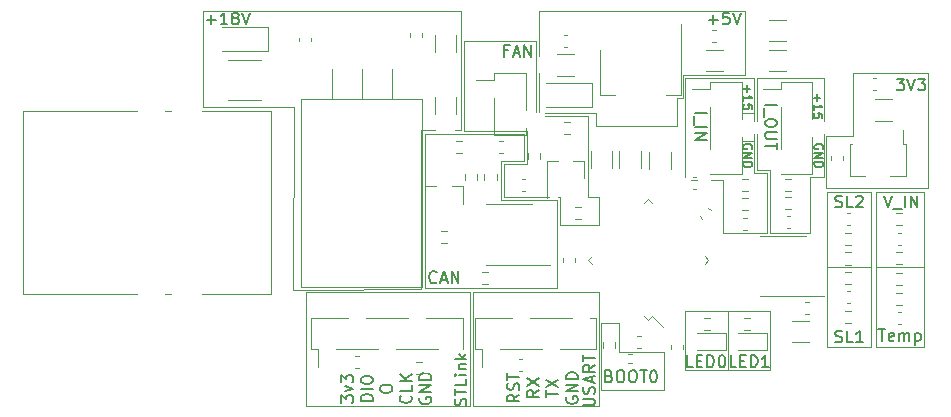
<source format=gto>
G04 #@! TF.GenerationSoftware,KiCad,Pcbnew,5.1.9*
G04 #@! TF.CreationDate,2021-04-12T05:07:17-03:00*
G04 #@! TF.ProjectId,Controle,436f6e74-726f-46c6-952e-6b696361645f,rev?*
G04 #@! TF.SameCoordinates,Original*
G04 #@! TF.FileFunction,Legend,Top*
G04 #@! TF.FilePolarity,Positive*
%FSLAX46Y46*%
G04 Gerber Fmt 4.6, Leading zero omitted, Abs format (unit mm)*
G04 Created by KiCad (PCBNEW 5.1.9) date 2021-04-12 05:07:17*
%MOMM*%
%LPD*%
G01*
G04 APERTURE LIST*
%ADD10C,0.150000*%
%ADD11C,0.120000*%
%ADD12C,3.200000*%
%ADD13R,2.510000X1.000000*%
%ADD14R,0.800000X1.900000*%
%ADD15R,0.900000X1.300000*%
%ADD16R,1.000000X2.510000*%
%ADD17R,1.100000X1.100000*%
%ADD18R,1.905000X4.000000*%
%ADD19R,3.800000X2.000000*%
%ADD20R,1.500000X2.000000*%
%ADD21C,3.650000*%
%ADD22R,1.500000X1.500000*%
%ADD23C,1.500000*%
%ADD24C,2.500000*%
G04 APERTURE END LIST*
D10*
X184796714Y-61928833D02*
X184796714Y-62497214D01*
X184512523Y-62213023D02*
X185080904Y-62213023D01*
X184512523Y-63243214D02*
X184512523Y-62816928D01*
X184512523Y-63030071D02*
X185258523Y-63030071D01*
X185151952Y-62959023D01*
X185080904Y-62887976D01*
X185045380Y-62816928D01*
X185258523Y-63918166D02*
X185258523Y-63562928D01*
X184903285Y-63527404D01*
X184938809Y-63562928D01*
X184974333Y-63633976D01*
X184974333Y-63811595D01*
X184938809Y-63882642D01*
X184903285Y-63918166D01*
X184832238Y-63953690D01*
X184654619Y-63953690D01*
X184583571Y-63918166D01*
X184548047Y-63882642D01*
X184512523Y-63811595D01*
X184512523Y-63633976D01*
X184548047Y-63562928D01*
X184583571Y-63527404D01*
X185286500Y-66546119D02*
X185322023Y-66475071D01*
X185322023Y-66368500D01*
X185286500Y-66261928D01*
X185215452Y-66190880D01*
X185144404Y-66155357D01*
X185002309Y-66119833D01*
X184895738Y-66119833D01*
X184753642Y-66155357D01*
X184682595Y-66190880D01*
X184611547Y-66261928D01*
X184576023Y-66368500D01*
X184576023Y-66439547D01*
X184611547Y-66546119D01*
X184647071Y-66581642D01*
X184895738Y-66581642D01*
X184895738Y-66439547D01*
X184576023Y-66901357D02*
X185322023Y-66901357D01*
X184576023Y-67327642D01*
X185322023Y-67327642D01*
X184576023Y-67682880D02*
X185322023Y-67682880D01*
X185322023Y-67860500D01*
X185286500Y-67967071D01*
X185215452Y-68038119D01*
X185144404Y-68073642D01*
X185002309Y-68109166D01*
X184895738Y-68109166D01*
X184753642Y-68073642D01*
X184682595Y-68038119D01*
X184611547Y-67967071D01*
X184576023Y-67860500D01*
X184576023Y-67682880D01*
D11*
X179452500Y-63495000D02*
X178436500Y-63495000D01*
X179389000Y-65844500D02*
X178500000Y-65844500D01*
D10*
X178827714Y-61166833D02*
X178827714Y-61735214D01*
X178543523Y-61451023D02*
X179111904Y-61451023D01*
X178543523Y-62481214D02*
X178543523Y-62054928D01*
X178543523Y-62268071D02*
X179289523Y-62268071D01*
X179182952Y-62197023D01*
X179111904Y-62125976D01*
X179076380Y-62054928D01*
X179289523Y-63156166D02*
X179289523Y-62800928D01*
X178934285Y-62765404D01*
X178969809Y-62800928D01*
X179005333Y-62871976D01*
X179005333Y-63049595D01*
X178969809Y-63120642D01*
X178934285Y-63156166D01*
X178863238Y-63191690D01*
X178685619Y-63191690D01*
X178614571Y-63156166D01*
X178579047Y-63120642D01*
X178543523Y-63049595D01*
X178543523Y-62871976D01*
X178579047Y-62800928D01*
X178614571Y-62765404D01*
X179254000Y-66546119D02*
X179289523Y-66475071D01*
X179289523Y-66368500D01*
X179254000Y-66261928D01*
X179182952Y-66190880D01*
X179111904Y-66155357D01*
X178969809Y-66119833D01*
X178863238Y-66119833D01*
X178721142Y-66155357D01*
X178650095Y-66190880D01*
X178579047Y-66261928D01*
X178543523Y-66368500D01*
X178543523Y-66439547D01*
X178579047Y-66546119D01*
X178614571Y-66581642D01*
X178863238Y-66581642D01*
X178863238Y-66439547D01*
X178543523Y-66901357D02*
X179289523Y-66901357D01*
X178543523Y-67327642D01*
X179289523Y-67327642D01*
X178543523Y-67682880D02*
X179289523Y-67682880D01*
X179289523Y-67860500D01*
X179254000Y-67967071D01*
X179182952Y-68038119D01*
X179111904Y-68073642D01*
X178969809Y-68109166D01*
X178863238Y-68109166D01*
X178721142Y-68073642D01*
X178650095Y-68038119D01*
X178579047Y-67967071D01*
X178543523Y-67860500D01*
X178543523Y-67682880D01*
X191549404Y-60597880D02*
X192168452Y-60597880D01*
X191835119Y-60978833D01*
X191977976Y-60978833D01*
X192073214Y-61026452D01*
X192120833Y-61074071D01*
X192168452Y-61169309D01*
X192168452Y-61407404D01*
X192120833Y-61502642D01*
X192073214Y-61550261D01*
X191977976Y-61597880D01*
X191692261Y-61597880D01*
X191597023Y-61550261D01*
X191549404Y-61502642D01*
X192454166Y-60597880D02*
X192787500Y-61597880D01*
X193120833Y-60597880D01*
X193358928Y-60597880D02*
X193977976Y-60597880D01*
X193644642Y-60978833D01*
X193787500Y-60978833D01*
X193882738Y-61026452D01*
X193930357Y-61074071D01*
X193977976Y-61169309D01*
X193977976Y-61407404D01*
X193930357Y-61502642D01*
X193882738Y-61550261D01*
X193787500Y-61597880D01*
X193501785Y-61597880D01*
X193406547Y-61550261D01*
X193358928Y-61502642D01*
D11*
X194184500Y-60129500D02*
X187834500Y-60129500D01*
X194184500Y-69845000D02*
X194184500Y-60129500D01*
X185548500Y-69845000D02*
X194184500Y-69845000D01*
X185548500Y-65463500D02*
X185548500Y-69845000D01*
X187834500Y-65463500D02*
X185548500Y-65463500D01*
X187834500Y-64320500D02*
X187834500Y-65463500D01*
X187834500Y-60129500D02*
X187834500Y-64320500D01*
D10*
X175626785Y-55628928D02*
X176388690Y-55628928D01*
X176007738Y-56009880D02*
X176007738Y-55247976D01*
X177341071Y-55009880D02*
X176864880Y-55009880D01*
X176817261Y-55486071D01*
X176864880Y-55438452D01*
X176960119Y-55390833D01*
X177198214Y-55390833D01*
X177293452Y-55438452D01*
X177341071Y-55486071D01*
X177388690Y-55581309D01*
X177388690Y-55819404D01*
X177341071Y-55914642D01*
X177293452Y-55962261D01*
X177198214Y-56009880D01*
X176960119Y-56009880D01*
X176864880Y-55962261D01*
X176817261Y-55914642D01*
X177674404Y-55009880D02*
X178007738Y-56009880D01*
X178341071Y-55009880D01*
D11*
X178690500Y-54859000D02*
X161228000Y-54859000D01*
X178690500Y-60320000D02*
X178690500Y-54859000D01*
X173420000Y-60320000D02*
X178690500Y-60320000D01*
X173420000Y-62225000D02*
X173420000Y-60320000D01*
X172912000Y-62225000D02*
X173420000Y-62225000D01*
X172912000Y-64638000D02*
X172912000Y-62225000D01*
X166054000Y-64638000D02*
X172912000Y-64638000D01*
X166054000Y-63495000D02*
X166054000Y-64638000D01*
X161228000Y-63495000D02*
X166054000Y-63495000D01*
X161228000Y-54859000D02*
X161228000Y-63495000D01*
D10*
X133113595Y-55628928D02*
X133875500Y-55628928D01*
X133494547Y-56009880D02*
X133494547Y-55247976D01*
X134875500Y-56009880D02*
X134304071Y-56009880D01*
X134589785Y-56009880D02*
X134589785Y-55009880D01*
X134494547Y-55152738D01*
X134399309Y-55247976D01*
X134304071Y-55295595D01*
X135446928Y-55438452D02*
X135351690Y-55390833D01*
X135304071Y-55343214D01*
X135256452Y-55247976D01*
X135256452Y-55200357D01*
X135304071Y-55105119D01*
X135351690Y-55057500D01*
X135446928Y-55009880D01*
X135637404Y-55009880D01*
X135732642Y-55057500D01*
X135780261Y-55105119D01*
X135827880Y-55200357D01*
X135827880Y-55247976D01*
X135780261Y-55343214D01*
X135732642Y-55390833D01*
X135637404Y-55438452D01*
X135446928Y-55438452D01*
X135351690Y-55486071D01*
X135304071Y-55533690D01*
X135256452Y-55628928D01*
X135256452Y-55819404D01*
X135304071Y-55914642D01*
X135351690Y-55962261D01*
X135446928Y-56009880D01*
X135637404Y-56009880D01*
X135732642Y-55962261D01*
X135780261Y-55914642D01*
X135827880Y-55819404D01*
X135827880Y-55628928D01*
X135780261Y-55533690D01*
X135732642Y-55486071D01*
X135637404Y-55438452D01*
X136113595Y-55009880D02*
X136446928Y-56009880D01*
X136780261Y-55009880D01*
D11*
X151258500Y-78417500D02*
X141543000Y-78481000D01*
X151258500Y-64955500D02*
X151258500Y-78417500D01*
X154624000Y-64955500D02*
X151258500Y-64955500D01*
X154624000Y-54859000D02*
X154624000Y-64955500D01*
X132780000Y-54859000D02*
X154624000Y-54859000D01*
X132780000Y-62987000D02*
X132780000Y-54859000D01*
X140527000Y-62987000D02*
X132780000Y-62987000D01*
X140463500Y-78481000D02*
X140527000Y-62987000D01*
X141543000Y-78481000D02*
X140463500Y-78481000D01*
D10*
X190485809Y-70503880D02*
X190819142Y-71503880D01*
X191152476Y-70503880D01*
X191247714Y-71599119D02*
X192009619Y-71599119D01*
X192247714Y-71503880D02*
X192247714Y-70503880D01*
X192723904Y-71503880D02*
X192723904Y-70503880D01*
X193295333Y-71503880D01*
X193295333Y-70503880D01*
X186350333Y-71456261D02*
X186493190Y-71503880D01*
X186731285Y-71503880D01*
X186826523Y-71456261D01*
X186874142Y-71408642D01*
X186921761Y-71313404D01*
X186921761Y-71218166D01*
X186874142Y-71122928D01*
X186826523Y-71075309D01*
X186731285Y-71027690D01*
X186540809Y-70980071D01*
X186445571Y-70932452D01*
X186397952Y-70884833D01*
X186350333Y-70789595D01*
X186350333Y-70694357D01*
X186397952Y-70599119D01*
X186445571Y-70551500D01*
X186540809Y-70503880D01*
X186778904Y-70503880D01*
X186921761Y-70551500D01*
X187826523Y-71503880D02*
X187350333Y-71503880D01*
X187350333Y-70503880D01*
X188112238Y-70599119D02*
X188159857Y-70551500D01*
X188255095Y-70503880D01*
X188493190Y-70503880D01*
X188588428Y-70551500D01*
X188636047Y-70599119D01*
X188683666Y-70694357D01*
X188683666Y-70789595D01*
X188636047Y-70932452D01*
X188064619Y-71503880D01*
X188683666Y-71503880D01*
D11*
X185675500Y-70226000D02*
X185675500Y-76576000D01*
X189358500Y-70226000D02*
X185675500Y-70226000D01*
X189358500Y-76576000D02*
X189358500Y-70226000D01*
X193867000Y-70226000D02*
X193867000Y-76576000D01*
X189803000Y-70226000D02*
X193867000Y-70226000D01*
X189803000Y-76576000D02*
X189803000Y-70226000D01*
D10*
X190001666Y-81806880D02*
X190573095Y-81806880D01*
X190287380Y-82806880D02*
X190287380Y-81806880D01*
X191287380Y-82759261D02*
X191192142Y-82806880D01*
X191001666Y-82806880D01*
X190906428Y-82759261D01*
X190858809Y-82664023D01*
X190858809Y-82283071D01*
X190906428Y-82187833D01*
X191001666Y-82140214D01*
X191192142Y-82140214D01*
X191287380Y-82187833D01*
X191335000Y-82283071D01*
X191335000Y-82378309D01*
X190858809Y-82473547D01*
X191763571Y-82806880D02*
X191763571Y-82140214D01*
X191763571Y-82235452D02*
X191811190Y-82187833D01*
X191906428Y-82140214D01*
X192049285Y-82140214D01*
X192144523Y-82187833D01*
X192192142Y-82283071D01*
X192192142Y-82806880D01*
X192192142Y-82283071D02*
X192239761Y-82187833D01*
X192335000Y-82140214D01*
X192477857Y-82140214D01*
X192573095Y-82187833D01*
X192620714Y-82283071D01*
X192620714Y-82806880D01*
X193096904Y-82140214D02*
X193096904Y-83140214D01*
X193096904Y-82187833D02*
X193192142Y-82140214D01*
X193382619Y-82140214D01*
X193477857Y-82187833D01*
X193525476Y-82235452D01*
X193573095Y-82330690D01*
X193573095Y-82616404D01*
X193525476Y-82711642D01*
X193477857Y-82759261D01*
X193382619Y-82806880D01*
X193192142Y-82806880D01*
X193096904Y-82759261D01*
D11*
X193867000Y-76576000D02*
X189803000Y-76576000D01*
X193867000Y-83307000D02*
X193867000Y-76576000D01*
X189803000Y-83307000D02*
X193867000Y-83307000D01*
X189803000Y-76576000D02*
X189803000Y-83307000D01*
D10*
X186350333Y-82886261D02*
X186493190Y-82933880D01*
X186731285Y-82933880D01*
X186826523Y-82886261D01*
X186874142Y-82838642D01*
X186921761Y-82743404D01*
X186921761Y-82648166D01*
X186874142Y-82552928D01*
X186826523Y-82505309D01*
X186731285Y-82457690D01*
X186540809Y-82410071D01*
X186445571Y-82362452D01*
X186397952Y-82314833D01*
X186350333Y-82219595D01*
X186350333Y-82124357D01*
X186397952Y-82029119D01*
X186445571Y-81981500D01*
X186540809Y-81933880D01*
X186778904Y-81933880D01*
X186921761Y-81981500D01*
X187826523Y-82933880D02*
X187350333Y-82933880D01*
X187350333Y-81933880D01*
X188683666Y-82933880D02*
X188112238Y-82933880D01*
X188397952Y-82933880D02*
X188397952Y-81933880D01*
X188302714Y-82076738D01*
X188207476Y-82171976D01*
X188112238Y-82219595D01*
D11*
X189358500Y-76576000D02*
X185675500Y-76576000D01*
X189358500Y-83307000D02*
X189358500Y-76576000D01*
X185675500Y-83307000D02*
X189358500Y-83307000D01*
X185675500Y-81656000D02*
X185675500Y-83307000D01*
X185675500Y-77782500D02*
X185675500Y-81656000D01*
X185675500Y-76576000D02*
X185675500Y-77782500D01*
X180849500Y-80259000D02*
X177230000Y-80259000D01*
X180849500Y-85275500D02*
X180849500Y-80259000D01*
X177230000Y-85275500D02*
X180849500Y-85275500D01*
X173610500Y-85275500D02*
X173610500Y-80259000D01*
X177230000Y-85275500D02*
X173610500Y-85275500D01*
X177230000Y-80259000D02*
X177230000Y-85275500D01*
X173610500Y-80259000D02*
X177230000Y-80259000D01*
D10*
X177952452Y-85029380D02*
X177476261Y-85029380D01*
X177476261Y-84029380D01*
X178285785Y-84505571D02*
X178619119Y-84505571D01*
X178761976Y-85029380D02*
X178285785Y-85029380D01*
X178285785Y-84029380D01*
X178761976Y-84029380D01*
X179190547Y-85029380D02*
X179190547Y-84029380D01*
X179428642Y-84029380D01*
X179571500Y-84077000D01*
X179666738Y-84172238D01*
X179714357Y-84267476D01*
X179761976Y-84457952D01*
X179761976Y-84600809D01*
X179714357Y-84791285D01*
X179666738Y-84886523D01*
X179571500Y-84981761D01*
X179428642Y-85029380D01*
X179190547Y-85029380D01*
X180714357Y-85029380D02*
X180142928Y-85029380D01*
X180428642Y-85029380D02*
X180428642Y-84029380D01*
X180333404Y-84172238D01*
X180238166Y-84267476D01*
X180142928Y-84315095D01*
X174269452Y-85029380D02*
X173793261Y-85029380D01*
X173793261Y-84029380D01*
X174602785Y-84505571D02*
X174936119Y-84505571D01*
X175078976Y-85029380D02*
X174602785Y-85029380D01*
X174602785Y-84029380D01*
X175078976Y-84029380D01*
X175507547Y-85029380D02*
X175507547Y-84029380D01*
X175745642Y-84029380D01*
X175888500Y-84077000D01*
X175983738Y-84172238D01*
X176031357Y-84267476D01*
X176078976Y-84457952D01*
X176078976Y-84600809D01*
X176031357Y-84791285D01*
X175983738Y-84886523D01*
X175888500Y-84981761D01*
X175745642Y-85029380D01*
X175507547Y-85029380D01*
X176698023Y-84029380D02*
X176793261Y-84029380D01*
X176888500Y-84077000D01*
X176936119Y-84124619D01*
X176983738Y-84219857D01*
X177031357Y-84410333D01*
X177031357Y-84648428D01*
X176983738Y-84838904D01*
X176936119Y-84934142D01*
X176888500Y-84981761D01*
X176793261Y-85029380D01*
X176698023Y-85029380D01*
X176602785Y-84981761D01*
X176555166Y-84934142D01*
X176507547Y-84838904D01*
X176459928Y-84648428D01*
X176459928Y-84410333D01*
X176507547Y-84219857D01*
X176555166Y-84124619D01*
X176602785Y-84077000D01*
X176698023Y-84029380D01*
D11*
X166498500Y-86926500D02*
X166498500Y-81275000D01*
X171832500Y-86926500D02*
X166498500Y-86926500D01*
X171832500Y-83751500D02*
X171832500Y-86926500D01*
X168022500Y-83751500D02*
X171832500Y-83751500D01*
X168022500Y-81275000D02*
X168022500Y-83751500D01*
X166498500Y-81275000D02*
X168022500Y-81275000D01*
D10*
X167205166Y-85775571D02*
X167348023Y-85823190D01*
X167395642Y-85870809D01*
X167443261Y-85966047D01*
X167443261Y-86108904D01*
X167395642Y-86204142D01*
X167348023Y-86251761D01*
X167252785Y-86299380D01*
X166871833Y-86299380D01*
X166871833Y-85299380D01*
X167205166Y-85299380D01*
X167300404Y-85347000D01*
X167348023Y-85394619D01*
X167395642Y-85489857D01*
X167395642Y-85585095D01*
X167348023Y-85680333D01*
X167300404Y-85727952D01*
X167205166Y-85775571D01*
X166871833Y-85775571D01*
X168062309Y-85299380D02*
X168252785Y-85299380D01*
X168348023Y-85347000D01*
X168443261Y-85442238D01*
X168490880Y-85632714D01*
X168490880Y-85966047D01*
X168443261Y-86156523D01*
X168348023Y-86251761D01*
X168252785Y-86299380D01*
X168062309Y-86299380D01*
X167967071Y-86251761D01*
X167871833Y-86156523D01*
X167824214Y-85966047D01*
X167824214Y-85632714D01*
X167871833Y-85442238D01*
X167967071Y-85347000D01*
X168062309Y-85299380D01*
X169109928Y-85299380D02*
X169300404Y-85299380D01*
X169395642Y-85347000D01*
X169490880Y-85442238D01*
X169538500Y-85632714D01*
X169538500Y-85966047D01*
X169490880Y-86156523D01*
X169395642Y-86251761D01*
X169300404Y-86299380D01*
X169109928Y-86299380D01*
X169014690Y-86251761D01*
X168919452Y-86156523D01*
X168871833Y-85966047D01*
X168871833Y-85632714D01*
X168919452Y-85442238D01*
X169014690Y-85347000D01*
X169109928Y-85299380D01*
X169824214Y-85299380D02*
X170395642Y-85299380D01*
X170109928Y-86299380D02*
X170109928Y-85299380D01*
X170919452Y-85299380D02*
X171014690Y-85299380D01*
X171109928Y-85347000D01*
X171157547Y-85394619D01*
X171205166Y-85489857D01*
X171252785Y-85680333D01*
X171252785Y-85918428D01*
X171205166Y-86108904D01*
X171157547Y-86204142D01*
X171109928Y-86251761D01*
X171014690Y-86299380D01*
X170919452Y-86299380D01*
X170824214Y-86251761D01*
X170776595Y-86204142D01*
X170728976Y-86108904D01*
X170681357Y-85918428D01*
X170681357Y-85680333D01*
X170728976Y-85489857D01*
X170776595Y-85394619D01*
X170824214Y-85347000D01*
X170919452Y-85299380D01*
D11*
X166308000Y-78671500D02*
X155640000Y-78671500D01*
X166308000Y-88349980D02*
X166308000Y-78671500D01*
X155642920Y-88349980D02*
X166302920Y-88349980D01*
X155640000Y-78671500D02*
X155640000Y-88349980D01*
D10*
X165005300Y-88261408D02*
X165814824Y-88261408D01*
X165910062Y-88213789D01*
X165957681Y-88166170D01*
X166005300Y-88070932D01*
X166005300Y-87880456D01*
X165957681Y-87785218D01*
X165910062Y-87737599D01*
X165814824Y-87689980D01*
X165005300Y-87689980D01*
X165957681Y-87261408D02*
X166005300Y-87118551D01*
X166005300Y-86880456D01*
X165957681Y-86785218D01*
X165910062Y-86737599D01*
X165814824Y-86689980D01*
X165719586Y-86689980D01*
X165624348Y-86737599D01*
X165576729Y-86785218D01*
X165529110Y-86880456D01*
X165481491Y-87070932D01*
X165433872Y-87166170D01*
X165386253Y-87213789D01*
X165291015Y-87261408D01*
X165195777Y-87261408D01*
X165100539Y-87213789D01*
X165052920Y-87166170D01*
X165005300Y-87070932D01*
X165005300Y-86832837D01*
X165052920Y-86689980D01*
X165719586Y-86309027D02*
X165719586Y-85832837D01*
X166005300Y-86404265D02*
X165005300Y-86070932D01*
X166005300Y-85737599D01*
X166005300Y-84832837D02*
X165529110Y-85166170D01*
X166005300Y-85404265D02*
X165005300Y-85404265D01*
X165005300Y-85023313D01*
X165052920Y-84928075D01*
X165100539Y-84880456D01*
X165195777Y-84832837D01*
X165338634Y-84832837D01*
X165433872Y-84880456D01*
X165481491Y-84928075D01*
X165529110Y-85023313D01*
X165529110Y-85404265D01*
X165005300Y-84547122D02*
X165005300Y-83975694D01*
X166005300Y-84261408D02*
X165005300Y-84261408D01*
X155067681Y-88266646D02*
X155115300Y-88123789D01*
X155115300Y-87885694D01*
X155067681Y-87790456D01*
X155020062Y-87742837D01*
X154924824Y-87695218D01*
X154829586Y-87695218D01*
X154734348Y-87742837D01*
X154686729Y-87790456D01*
X154639110Y-87885694D01*
X154591491Y-88076170D01*
X154543872Y-88171408D01*
X154496253Y-88219027D01*
X154401015Y-88266646D01*
X154305777Y-88266646D01*
X154210539Y-88219027D01*
X154162920Y-88171408D01*
X154115300Y-88076170D01*
X154115300Y-87838075D01*
X154162920Y-87695218D01*
X154115300Y-87409503D02*
X154115300Y-86838075D01*
X155115300Y-87123789D02*
X154115300Y-87123789D01*
X155115300Y-86028551D02*
X155115300Y-86504741D01*
X154115300Y-86504741D01*
X155115300Y-85695218D02*
X154448634Y-85695218D01*
X154115300Y-85695218D02*
X154162920Y-85742837D01*
X154210539Y-85695218D01*
X154162920Y-85647599D01*
X154115300Y-85695218D01*
X154210539Y-85695218D01*
X154448634Y-85219027D02*
X155115300Y-85219027D01*
X154543872Y-85219027D02*
X154496253Y-85171408D01*
X154448634Y-85076170D01*
X154448634Y-84933313D01*
X154496253Y-84838075D01*
X154591491Y-84790456D01*
X155115300Y-84790456D01*
X155115300Y-84314265D02*
X154115300Y-84314265D01*
X154734348Y-84219027D02*
X155115300Y-83933313D01*
X154448634Y-83933313D02*
X154829586Y-84314265D01*
D11*
X155386000Y-78671500D02*
X141543000Y-78671500D01*
X155386000Y-88349980D02*
X155386000Y-78671500D01*
X141543000Y-88339980D02*
X155386000Y-88339980D01*
X141543000Y-78671500D02*
X141543000Y-88339980D01*
D10*
X144525300Y-88040456D02*
X144525300Y-87421408D01*
X144906253Y-87754741D01*
X144906253Y-87611884D01*
X144953872Y-87516646D01*
X145001491Y-87469027D01*
X145096729Y-87421408D01*
X145334824Y-87421408D01*
X145430062Y-87469027D01*
X145477681Y-87516646D01*
X145525300Y-87611884D01*
X145525300Y-87897599D01*
X145477681Y-87992837D01*
X145430062Y-88040456D01*
X144858634Y-87088075D02*
X145525300Y-86849980D01*
X144858634Y-86611884D01*
X144525300Y-86326170D02*
X144525300Y-85707122D01*
X144906253Y-86040456D01*
X144906253Y-85897599D01*
X144953872Y-85802360D01*
X145001491Y-85754741D01*
X145096729Y-85707122D01*
X145334824Y-85707122D01*
X145430062Y-85754741D01*
X145477681Y-85802360D01*
X145525300Y-85897599D01*
X145525300Y-86183313D01*
X145477681Y-86278551D01*
X145430062Y-86326170D01*
X147175300Y-87873789D02*
X146175300Y-87873789D01*
X146175300Y-87635694D01*
X146222920Y-87492837D01*
X146318158Y-87397599D01*
X146413396Y-87349980D01*
X146603872Y-87302360D01*
X146746729Y-87302360D01*
X146937205Y-87349980D01*
X147032443Y-87397599D01*
X147127681Y-87492837D01*
X147175300Y-87635694D01*
X147175300Y-87873789D01*
X147175300Y-86873789D02*
X146175300Y-86873789D01*
X146175300Y-86207122D02*
X146175300Y-86016646D01*
X146222920Y-85921408D01*
X146318158Y-85826170D01*
X146508634Y-85778551D01*
X146841967Y-85778551D01*
X147032443Y-85826170D01*
X147127681Y-85921408D01*
X147175300Y-86016646D01*
X147175300Y-86207122D01*
X147127681Y-86302360D01*
X147032443Y-86397599D01*
X146841967Y-86445218D01*
X146508634Y-86445218D01*
X146318158Y-86397599D01*
X146222920Y-86302360D01*
X146175300Y-86207122D01*
X147825300Y-86945218D02*
X147825300Y-86754741D01*
X147872920Y-86659503D01*
X147968158Y-86564265D01*
X148158634Y-86516646D01*
X148491967Y-86516646D01*
X148682443Y-86564265D01*
X148777681Y-86659503D01*
X148825300Y-86754741D01*
X148825300Y-86945218D01*
X148777681Y-87040456D01*
X148682443Y-87135694D01*
X148491967Y-87183313D01*
X148158634Y-87183313D01*
X147968158Y-87135694D01*
X147872920Y-87040456D01*
X147825300Y-86945218D01*
X150380062Y-87445218D02*
X150427681Y-87492837D01*
X150475300Y-87635694D01*
X150475300Y-87730932D01*
X150427681Y-87873789D01*
X150332443Y-87969027D01*
X150237205Y-88016646D01*
X150046729Y-88064265D01*
X149903872Y-88064265D01*
X149713396Y-88016646D01*
X149618158Y-87969027D01*
X149522920Y-87873789D01*
X149475300Y-87730932D01*
X149475300Y-87635694D01*
X149522920Y-87492837D01*
X149570539Y-87445218D01*
X150475300Y-86540456D02*
X150475300Y-87016646D01*
X149475300Y-87016646D01*
X150475300Y-86207122D02*
X149475300Y-86207122D01*
X150475300Y-85635694D02*
X149903872Y-86064265D01*
X149475300Y-85635694D02*
X150046729Y-86207122D01*
X151172920Y-87611884D02*
X151125300Y-87707122D01*
X151125300Y-87849980D01*
X151172920Y-87992837D01*
X151268158Y-88088075D01*
X151363396Y-88135694D01*
X151553872Y-88183313D01*
X151696729Y-88183313D01*
X151887205Y-88135694D01*
X151982443Y-88088075D01*
X152077681Y-87992837D01*
X152125300Y-87849980D01*
X152125300Y-87754741D01*
X152077681Y-87611884D01*
X152030062Y-87564265D01*
X151696729Y-87564265D01*
X151696729Y-87754741D01*
X152125300Y-87135694D02*
X151125300Y-87135694D01*
X152125300Y-86564265D01*
X151125300Y-86564265D01*
X152125300Y-86088075D02*
X151125300Y-86088075D01*
X151125300Y-85849980D01*
X151172920Y-85707122D01*
X151268158Y-85611884D01*
X151363396Y-85564265D01*
X151553872Y-85516646D01*
X151696729Y-85516646D01*
X151887205Y-85564265D01*
X151982443Y-85611884D01*
X152077681Y-85707122D01*
X152125300Y-85849980D01*
X152125300Y-86088075D01*
X159590300Y-87347599D02*
X159114110Y-87680932D01*
X159590300Y-87919027D02*
X158590300Y-87919027D01*
X158590300Y-87538075D01*
X158637920Y-87442837D01*
X158685539Y-87395218D01*
X158780777Y-87347599D01*
X158923634Y-87347599D01*
X159018872Y-87395218D01*
X159066491Y-87442837D01*
X159114110Y-87538075D01*
X159114110Y-87919027D01*
X159542681Y-86966646D02*
X159590300Y-86823789D01*
X159590300Y-86585694D01*
X159542681Y-86490456D01*
X159495062Y-86442837D01*
X159399824Y-86395218D01*
X159304586Y-86395218D01*
X159209348Y-86442837D01*
X159161729Y-86490456D01*
X159114110Y-86585694D01*
X159066491Y-86776170D01*
X159018872Y-86871408D01*
X158971253Y-86919027D01*
X158876015Y-86966646D01*
X158780777Y-86966646D01*
X158685539Y-86919027D01*
X158637920Y-86871408D01*
X158590300Y-86776170D01*
X158590300Y-86538075D01*
X158637920Y-86395218D01*
X158590300Y-86109503D02*
X158590300Y-85538075D01*
X159590300Y-85823789D02*
X158590300Y-85823789D01*
X161240300Y-86966646D02*
X160764110Y-87299980D01*
X161240300Y-87538075D02*
X160240300Y-87538075D01*
X160240300Y-87157122D01*
X160287920Y-87061884D01*
X160335539Y-87014265D01*
X160430777Y-86966646D01*
X160573634Y-86966646D01*
X160668872Y-87014265D01*
X160716491Y-87061884D01*
X160764110Y-87157122D01*
X160764110Y-87538075D01*
X160240300Y-86633313D02*
X161240300Y-85966646D01*
X160240300Y-85966646D02*
X161240300Y-86633313D01*
X161890300Y-87561884D02*
X161890300Y-86990456D01*
X162890300Y-87276170D02*
X161890300Y-87276170D01*
X161890300Y-86752360D02*
X162890300Y-86085694D01*
X161890300Y-86085694D02*
X162890300Y-86752360D01*
X163587920Y-87561884D02*
X163540300Y-87657122D01*
X163540300Y-87799980D01*
X163587920Y-87942837D01*
X163683158Y-88038075D01*
X163778396Y-88085694D01*
X163968872Y-88133313D01*
X164111729Y-88133313D01*
X164302205Y-88085694D01*
X164397443Y-88038075D01*
X164492681Y-87942837D01*
X164540300Y-87799980D01*
X164540300Y-87704741D01*
X164492681Y-87561884D01*
X164445062Y-87514265D01*
X164111729Y-87514265D01*
X164111729Y-87704741D01*
X164540300Y-87085694D02*
X163540300Y-87085694D01*
X164540300Y-86514265D01*
X163540300Y-86514265D01*
X164540300Y-86038075D02*
X163540300Y-86038075D01*
X163540300Y-85799980D01*
X163587920Y-85657122D01*
X163683158Y-85561884D01*
X163778396Y-85514265D01*
X163968872Y-85466646D01*
X164111729Y-85466646D01*
X164302205Y-85514265D01*
X164397443Y-85561884D01*
X164492681Y-85657122D01*
X164540300Y-85799980D01*
X164540300Y-86038075D01*
D11*
X185421500Y-60574000D02*
X179706500Y-60574000D01*
X185421500Y-68892500D02*
X185421500Y-60574000D01*
X184215000Y-68892500D02*
X185421500Y-68892500D01*
X184215000Y-73655000D02*
X184215000Y-68892500D01*
X180849500Y-73655000D02*
X184215000Y-73655000D01*
X180849500Y-68321000D02*
X180849500Y-73655000D01*
X179706500Y-68321000D02*
X180849500Y-68321000D01*
X179706500Y-60574000D02*
X179706500Y-68321000D01*
X173610500Y-69146500D02*
X173610500Y-60574000D01*
X176849000Y-69146500D02*
X173610500Y-69146500D01*
X176849000Y-73655000D02*
X176849000Y-69146500D01*
X180595500Y-73655000D02*
X176849000Y-73655000D01*
X180595500Y-68575000D02*
X180595500Y-73655000D01*
X179452500Y-68575000D02*
X180595500Y-68575000D01*
X179452500Y-60574000D02*
X179452500Y-68575000D01*
X173610500Y-60574000D02*
X179452500Y-60574000D01*
D10*
X180396619Y-62828476D02*
X181396619Y-62828476D01*
X180301380Y-63066571D02*
X180301380Y-63828476D01*
X181396619Y-64257047D02*
X181396619Y-64447523D01*
X181349000Y-64542761D01*
X181253761Y-64638000D01*
X181063285Y-64685619D01*
X180729952Y-64685619D01*
X180539476Y-64638000D01*
X180444238Y-64542761D01*
X180396619Y-64447523D01*
X180396619Y-64257047D01*
X180444238Y-64161809D01*
X180539476Y-64066571D01*
X180729952Y-64018952D01*
X181063285Y-64018952D01*
X181253761Y-64066571D01*
X181349000Y-64161809D01*
X181396619Y-64257047D01*
X181396619Y-65114190D02*
X180587095Y-65114190D01*
X180491857Y-65161809D01*
X180444238Y-65209428D01*
X180396619Y-65304666D01*
X180396619Y-65495142D01*
X180444238Y-65590380D01*
X180491857Y-65638000D01*
X180587095Y-65685619D01*
X181396619Y-65685619D01*
X181396619Y-66018952D02*
X181396619Y-66590380D01*
X180396619Y-66304666D02*
X181396619Y-66304666D01*
X174491119Y-63495142D02*
X175491119Y-63495142D01*
X174395880Y-63733238D02*
X174395880Y-64495142D01*
X174491119Y-64733238D02*
X175491119Y-64733238D01*
X174491119Y-65209428D02*
X175491119Y-65209428D01*
X174491119Y-65780857D01*
X175491119Y-65780857D01*
X158640476Y-58216571D02*
X158307142Y-58216571D01*
X158307142Y-58740380D02*
X158307142Y-57740380D01*
X158783333Y-57740380D01*
X159116666Y-58454666D02*
X159592857Y-58454666D01*
X159021428Y-58740380D02*
X159354761Y-57740380D01*
X159688095Y-58740380D01*
X160021428Y-58740380D02*
X160021428Y-57740380D01*
X160592857Y-58740380D01*
X160592857Y-57740380D01*
D11*
X154878000Y-59431000D02*
X154878000Y-57399000D01*
X160974000Y-59558000D02*
X160974000Y-57399000D01*
X160974000Y-57399000D02*
X154878000Y-57399000D01*
X160974000Y-63749000D02*
X160974000Y-59431000D01*
X165419000Y-63749000D02*
X160974000Y-63749000D01*
X165419000Y-70607000D02*
X165419000Y-63749000D01*
X166308000Y-70607000D02*
X165419000Y-70607000D01*
X166308000Y-73020000D02*
X166308000Y-70607000D01*
X163006000Y-73020000D02*
X166308000Y-73020000D01*
X163006000Y-70607000D02*
X163006000Y-73020000D01*
X158307000Y-70607000D02*
X163006000Y-70607000D01*
X158307000Y-67813000D02*
X158307000Y-70607000D01*
X160212000Y-67813000D02*
X158307000Y-67813000D01*
X160212000Y-65019000D02*
X160212000Y-67813000D01*
X154878000Y-65019000D02*
X160212000Y-65019000D01*
X154878000Y-59431000D02*
X154878000Y-65019000D01*
D10*
X152584142Y-77822142D02*
X152536523Y-77869761D01*
X152393666Y-77917380D01*
X152298428Y-77917380D01*
X152155571Y-77869761D01*
X152060333Y-77774523D01*
X152012714Y-77679285D01*
X151965095Y-77488809D01*
X151965095Y-77345952D01*
X152012714Y-77155476D01*
X152060333Y-77060238D01*
X152155571Y-76965000D01*
X152298428Y-76917380D01*
X152393666Y-76917380D01*
X152536523Y-76965000D01*
X152584142Y-77012619D01*
X152965095Y-77631666D02*
X153441285Y-77631666D01*
X152869857Y-77917380D02*
X153203190Y-76917380D01*
X153536523Y-77917380D01*
X153869857Y-77917380D02*
X153869857Y-76917380D01*
X154441285Y-77917380D01*
X154441285Y-76917380D01*
D11*
X159958000Y-65273000D02*
X151576000Y-65273000D01*
X159958000Y-67559000D02*
X159958000Y-65273000D01*
X158053000Y-67559000D02*
X159958000Y-67559000D01*
X158053000Y-70861000D02*
X158053000Y-67559000D01*
X162752000Y-70861000D02*
X158053000Y-70861000D01*
X162752000Y-78354000D02*
X162752000Y-70861000D01*
X151576000Y-78354000D02*
X162752000Y-78354000D01*
X151576000Y-65273000D02*
X151576000Y-78354000D01*
X161369500Y-66923276D02*
X161369500Y-67432724D01*
X160324500Y-66923276D02*
X160324500Y-67432724D01*
X157485000Y-62223000D02*
X157485000Y-65333000D01*
X160145000Y-64763000D02*
X160145000Y-65333000D01*
X157485000Y-60133000D02*
X157485000Y-60703000D01*
X157485000Y-60703000D02*
X155965000Y-60703000D01*
X160145000Y-60133000D02*
X160145000Y-63243000D01*
X157485000Y-65333000D02*
X160145000Y-65333000D01*
X157485000Y-60133000D02*
X160145000Y-60133000D01*
X164784724Y-71481500D02*
X164275276Y-71481500D01*
X164784724Y-72526500D02*
X164275276Y-72526500D01*
X163895724Y-64242500D02*
X163386276Y-64242500D01*
X163895724Y-65287500D02*
X163386276Y-65287500D01*
X165094000Y-67561000D02*
X165094000Y-69021000D01*
X161934000Y-67561000D02*
X161934000Y-70721000D01*
X161934000Y-67561000D02*
X162864000Y-67561000D01*
X165094000Y-67561000D02*
X164164000Y-67561000D01*
X182132252Y-58140000D02*
X180709748Y-58140000D01*
X182132252Y-59960000D02*
X180709748Y-59960000D01*
X167472000Y-68143252D02*
X167472000Y-66720748D01*
X165652000Y-68143252D02*
X165652000Y-66720748D01*
X169885000Y-68143252D02*
X169885000Y-66720748D01*
X168065000Y-68143252D02*
X168065000Y-66720748D01*
X184113452Y-81101600D02*
X182690948Y-81101600D01*
X184113452Y-82921600D02*
X182690948Y-82921600D01*
X170605000Y-66847748D02*
X170605000Y-68270252D01*
X172425000Y-66847748D02*
X172425000Y-68270252D01*
X152444000Y-62148748D02*
X152444000Y-63571252D01*
X154264000Y-62148748D02*
X154264000Y-63571252D01*
X154264000Y-58364252D02*
X154264000Y-56941748D01*
X152444000Y-58364252D02*
X152444000Y-56941748D01*
X164225252Y-58521000D02*
X162802748Y-58521000D01*
X164225252Y-60341000D02*
X162802748Y-60341000D01*
X176798252Y-58140000D02*
X175375748Y-58140000D01*
X176798252Y-59960000D02*
X175375748Y-59960000D01*
X191149252Y-62331000D02*
X189726748Y-62331000D01*
X191149252Y-64151000D02*
X189726748Y-64151000D01*
X182132252Y-55600000D02*
X180709748Y-55600000D01*
X182132252Y-57420000D02*
X180709748Y-57420000D01*
X187570000Y-66118000D02*
X187800000Y-66118000D01*
X192290000Y-66118000D02*
X192060000Y-66118000D01*
X192290000Y-66118000D02*
X192290000Y-68838000D01*
X192290000Y-68838000D02*
X190980000Y-68838000D01*
X192060000Y-64978000D02*
X192060000Y-66118000D01*
X187570000Y-68838000D02*
X187570000Y-66118000D01*
X188880000Y-68838000D02*
X187570000Y-68838000D01*
X141991000Y-83494000D02*
X141991000Y-80834000D01*
X154811000Y-83494000D02*
X154811000Y-80834000D01*
X141991000Y-80834000D02*
X145101000Y-80834000D01*
X142561000Y-83494000D02*
X142561000Y-85014000D01*
X141991000Y-83494000D02*
X142561000Y-83494000D01*
X154241000Y-80834000D02*
X154811000Y-80834000D01*
X146621000Y-80834000D02*
X150181000Y-80834000D01*
X151701000Y-80834000D02*
X154811000Y-80834000D01*
X144081000Y-83494000D02*
X147641000Y-83494000D01*
X149161000Y-83494000D02*
X152721000Y-83494000D01*
X165714000Y-62971000D02*
X161864000Y-62971000D01*
X165714000Y-60971000D02*
X161864000Y-60971000D01*
X165714000Y-62971000D02*
X165714000Y-60971000D01*
X137722252Y-58991000D02*
X134949748Y-58991000D01*
X137722252Y-62411000D02*
X134949748Y-62411000D01*
X181929000Y-79009000D02*
X185379000Y-79009000D01*
X181929000Y-79009000D02*
X179979000Y-79009000D01*
X181929000Y-73889000D02*
X183879000Y-73889000D01*
X181929000Y-73889000D02*
X179979000Y-73889000D01*
X177107000Y-82126000D02*
X174647000Y-82126000D01*
X177107000Y-83596000D02*
X177107000Y-82126000D01*
X174647000Y-83596000D02*
X177107000Y-83596000D01*
X175192276Y-81873700D02*
X175701724Y-81873700D01*
X175192276Y-80828700D02*
X175701724Y-80828700D01*
X170817198Y-80728113D02*
X171729366Y-81640281D01*
X170499000Y-81046311D02*
X170817198Y-80728113D01*
X170180802Y-80728113D02*
X170499000Y-81046311D01*
X165393689Y-75941000D02*
X165711887Y-75622802D01*
X165711887Y-76259198D02*
X165393689Y-75941000D01*
X175604311Y-75941000D02*
X175286113Y-76259198D01*
X175286113Y-75622802D02*
X175604311Y-75941000D01*
X170499000Y-70835689D02*
X170180802Y-71153887D01*
X170817198Y-71153887D02*
X170499000Y-70835689D01*
X167719500Y-83434724D02*
X167719500Y-82925276D01*
X166674500Y-83434724D02*
X166674500Y-82925276D01*
X169128641Y-83943000D02*
X168821359Y-83943000D01*
X169128641Y-84703000D02*
X168821359Y-84703000D01*
X163004000Y-83494000D02*
X166114000Y-83494000D01*
X157924000Y-83494000D02*
X161484000Y-83494000D01*
X160464000Y-80834000D02*
X164024000Y-80834000D01*
X165544000Y-80834000D02*
X166114000Y-80834000D01*
X155834000Y-83494000D02*
X156404000Y-83494000D01*
X156404000Y-83494000D02*
X156404000Y-85014000D01*
X155834000Y-80834000D02*
X158944000Y-80834000D01*
X166114000Y-83494000D02*
X166114000Y-80834000D01*
X155834000Y-83494000D02*
X155834000Y-80834000D01*
X159785233Y-70106000D02*
X160077767Y-70106000D01*
X159785233Y-69086000D02*
X160077767Y-69086000D01*
X154242276Y-66938500D02*
X154751724Y-66938500D01*
X154242276Y-65893500D02*
X154751724Y-65893500D01*
X156641500Y-68701276D02*
X156641500Y-69210724D01*
X157686500Y-68701276D02*
X157686500Y-69210724D01*
X154990500Y-68701276D02*
X154990500Y-69210724D01*
X156035500Y-68701276D02*
X156035500Y-69210724D01*
X157906733Y-66926000D02*
X158199267Y-66926000D01*
X157906733Y-65906000D02*
X158199267Y-65906000D01*
X143702000Y-62359000D02*
X143702000Y-59819000D01*
X146242000Y-62359000D02*
X146242000Y-59819000D01*
X148782000Y-62359000D02*
X148782000Y-59819000D01*
X141122000Y-78249000D02*
X141122000Y-62359000D01*
X151362000Y-78249000D02*
X151362000Y-62359000D01*
X151362000Y-78249000D02*
X141122000Y-78249000D01*
X151362000Y-62359000D02*
X141122000Y-62359000D01*
X166454000Y-61976000D02*
X167714000Y-61976000D01*
X173274000Y-61976000D02*
X172014000Y-61976000D01*
X166454000Y-58216000D02*
X166454000Y-61976000D01*
X173274000Y-55966000D02*
X173274000Y-61976000D01*
X138282000Y-58272000D02*
X138282000Y-56272000D01*
X138282000Y-56272000D02*
X134432000Y-56272000D01*
X138282000Y-58272000D02*
X134432000Y-58272000D01*
X172402000Y-83453267D02*
X172402000Y-83160733D01*
X173422000Y-83453267D02*
X173422000Y-83160733D01*
X174582267Y-69974000D02*
X174289733Y-69974000D01*
X174582267Y-68954000D02*
X174289733Y-68954000D01*
X164278000Y-75794733D02*
X164278000Y-76087267D01*
X163258000Y-75794733D02*
X163258000Y-76087267D01*
X181742000Y-60895000D02*
X184402000Y-60895000D01*
X181742000Y-68635000D02*
X184402000Y-68635000D01*
X184402000Y-60895000D02*
X184402000Y-64005000D01*
X181742000Y-61465000D02*
X180222000Y-61465000D01*
X181742000Y-60895000D02*
X181742000Y-61465000D01*
X184402000Y-68065000D02*
X184402000Y-68635000D01*
X184402000Y-65525000D02*
X184402000Y-68635000D01*
X181742000Y-62985000D02*
X181742000Y-66545000D01*
X175773000Y-60895000D02*
X178433000Y-60895000D01*
X175773000Y-68635000D02*
X178433000Y-68635000D01*
X178433000Y-60895000D02*
X178433000Y-64005000D01*
X175773000Y-61465000D02*
X174253000Y-61465000D01*
X175773000Y-60895000D02*
X175773000Y-61465000D01*
X178433000Y-68065000D02*
X178433000Y-68635000D01*
X178433000Y-65525000D02*
X178433000Y-68635000D01*
X175773000Y-62985000D02*
X175773000Y-66545000D01*
X169590733Y-82416000D02*
X169883267Y-82416000D01*
X169590733Y-83436000D02*
X169883267Y-83436000D01*
X117611000Y-63375000D02*
X117611000Y-78875000D01*
X138561000Y-78875000D02*
X129571000Y-78875000D01*
X138561000Y-78875000D02*
X138561000Y-63375000D01*
X138561000Y-63375000D02*
X129561000Y-63375000D01*
X127231000Y-78875000D02*
X117602000Y-78875000D01*
X127241000Y-63375000D02*
X117602000Y-63373000D01*
X184107267Y-79495000D02*
X183814733Y-79495000D01*
X184107267Y-80515000D02*
X183814733Y-80515000D01*
X178437276Y-71759500D02*
X178946724Y-71759500D01*
X178437276Y-70714500D02*
X178946724Y-70714500D01*
X182120276Y-70587500D02*
X182629724Y-70587500D01*
X182120276Y-71632500D02*
X182629724Y-71632500D01*
X191518276Y-79760500D02*
X192027724Y-79760500D01*
X191518276Y-78715500D02*
X192027724Y-78715500D01*
X191518276Y-73029500D02*
X192027724Y-73029500D01*
X191518276Y-71984500D02*
X192027724Y-71984500D01*
X187706724Y-73645500D02*
X187197276Y-73645500D01*
X187706724Y-74690500D02*
X187197276Y-74690500D01*
X187706724Y-80249500D02*
X187197276Y-80249500D01*
X187706724Y-81294500D02*
X187197276Y-81294500D01*
X178946724Y-69068500D02*
X178437276Y-69068500D01*
X178946724Y-70113500D02*
X178437276Y-70113500D01*
X182629724Y-69068500D02*
X182120276Y-69068500D01*
X182629724Y-70113500D02*
X182120276Y-70113500D01*
X192027724Y-77064500D02*
X191518276Y-77064500D01*
X192027724Y-78109500D02*
X191518276Y-78109500D01*
X192027724Y-75291500D02*
X191518276Y-75291500D01*
X192027724Y-76336500D02*
X191518276Y-76336500D01*
X187197276Y-76341500D02*
X187706724Y-76341500D01*
X187197276Y-75296500D02*
X187706724Y-75296500D01*
X187197276Y-77987500D02*
X187706724Y-77987500D01*
X187197276Y-76942500D02*
X187706724Y-76942500D01*
X178600876Y-81873700D02*
X179110324Y-81873700D01*
X178600876Y-80828700D02*
X179110324Y-80828700D01*
X151322724Y-84562500D02*
X150813276Y-84562500D01*
X151322724Y-85607500D02*
X150813276Y-85607500D01*
X153481724Y-73513500D02*
X152972276Y-73513500D01*
X153481724Y-74558500D02*
X152972276Y-74558500D01*
X156401276Y-77992500D02*
X156910724Y-77992500D01*
X156401276Y-76947500D02*
X156910724Y-76947500D01*
X180536000Y-82126000D02*
X178076000Y-82126000D01*
X180536000Y-83596000D02*
X180536000Y-82126000D01*
X178076000Y-83596000D02*
X180536000Y-83596000D01*
X178838267Y-72378000D02*
X178545733Y-72378000D01*
X178838267Y-73398000D02*
X178545733Y-73398000D01*
X182521267Y-72251000D02*
X182228733Y-72251000D01*
X182521267Y-73271000D02*
X182228733Y-73271000D01*
X191919267Y-80379000D02*
X191626733Y-80379000D01*
X191919267Y-81399000D02*
X191626733Y-81399000D01*
X191919267Y-73648000D02*
X191626733Y-73648000D01*
X191919267Y-74668000D02*
X191626733Y-74668000D01*
X187305733Y-73027000D02*
X187598267Y-73027000D01*
X187305733Y-72007000D02*
X187598267Y-72007000D01*
X187305733Y-79631000D02*
X187598267Y-79631000D01*
X187305733Y-78611000D02*
X187598267Y-78611000D01*
X175067802Y-72468051D02*
X174860949Y-72261198D01*
X175789051Y-71746802D02*
X175582198Y-71539949D01*
X159850267Y-84321000D02*
X159557733Y-84321000D01*
X159850267Y-85341000D02*
X159557733Y-85341000D01*
X150304000Y-57037267D02*
X150304000Y-56744733D01*
X151324000Y-57037267D02*
X151324000Y-56744733D01*
X140906000Y-57418267D02*
X140906000Y-57125733D01*
X141926000Y-57418267D02*
X141926000Y-57125733D01*
X163660267Y-57909000D02*
X163367733Y-57909000D01*
X163660267Y-56889000D02*
X163367733Y-56889000D01*
X185991000Y-67451267D02*
X185991000Y-67158733D01*
X187011000Y-67451267D02*
X187011000Y-67158733D01*
X176206767Y-57528000D02*
X175914233Y-57528000D01*
X176206767Y-56508000D02*
X175914233Y-56508000D01*
X189822267Y-61592000D02*
X189529733Y-61592000D01*
X189822267Y-60572000D02*
X189529733Y-60572000D01*
X146007267Y-84067000D02*
X145714733Y-84067000D01*
X146007267Y-85087000D02*
X145714733Y-85087000D01*
X158750000Y-76347000D02*
X162200000Y-76347000D01*
X158750000Y-76347000D02*
X156800000Y-76347000D01*
X158750000Y-71227000D02*
X160700000Y-71227000D01*
X158750000Y-71227000D02*
X156800000Y-71227000D01*
X154807000Y-69720000D02*
X154807000Y-71180000D01*
X151647000Y-69720000D02*
X151647000Y-72880000D01*
X151647000Y-69720000D02*
X152577000Y-69720000D01*
X154807000Y-69720000D02*
X153877000Y-69720000D01*
%LPC*%
D12*
X128436400Y-85794000D03*
X128423320Y-55143340D03*
G36*
G01*
X160609500Y-65778000D02*
X161084500Y-65778000D01*
G75*
G02*
X161322000Y-66015500I0J-237500D01*
G01*
X161322000Y-66515500D01*
G75*
G02*
X161084500Y-66753000I-237500J0D01*
G01*
X160609500Y-66753000D01*
G75*
G02*
X160372000Y-66515500I0J237500D01*
G01*
X160372000Y-66015500D01*
G75*
G02*
X160609500Y-65778000I237500J0D01*
G01*
G37*
G36*
G01*
X160609500Y-67603000D02*
X161084500Y-67603000D01*
G75*
G02*
X161322000Y-67840500I0J-237500D01*
G01*
X161322000Y-68340500D01*
G75*
G02*
X161084500Y-68578000I-237500J0D01*
G01*
X160609500Y-68578000D01*
G75*
G02*
X160372000Y-68340500I0J237500D01*
G01*
X160372000Y-67840500D01*
G75*
G02*
X160609500Y-67603000I237500J0D01*
G01*
G37*
D13*
X160470000Y-64003000D03*
X157160000Y-61463000D03*
G36*
G01*
X164105000Y-71766500D02*
X164105000Y-72241500D01*
G75*
G02*
X163867500Y-72479000I-237500J0D01*
G01*
X163367500Y-72479000D01*
G75*
G02*
X163130000Y-72241500I0J237500D01*
G01*
X163130000Y-71766500D01*
G75*
G02*
X163367500Y-71529000I237500J0D01*
G01*
X163867500Y-71529000D01*
G75*
G02*
X164105000Y-71766500I0J-237500D01*
G01*
G37*
G36*
G01*
X165930000Y-71766500D02*
X165930000Y-72241500D01*
G75*
G02*
X165692500Y-72479000I-237500J0D01*
G01*
X165192500Y-72479000D01*
G75*
G02*
X164955000Y-72241500I0J237500D01*
G01*
X164955000Y-71766500D01*
G75*
G02*
X165192500Y-71529000I237500J0D01*
G01*
X165692500Y-71529000D01*
G75*
G02*
X165930000Y-71766500I0J-237500D01*
G01*
G37*
G36*
G01*
X163216000Y-64527500D02*
X163216000Y-65002500D01*
G75*
G02*
X162978500Y-65240000I-237500J0D01*
G01*
X162478500Y-65240000D01*
G75*
G02*
X162241000Y-65002500I0J237500D01*
G01*
X162241000Y-64527500D01*
G75*
G02*
X162478500Y-64290000I237500J0D01*
G01*
X162978500Y-64290000D01*
G75*
G02*
X163216000Y-64527500I0J-237500D01*
G01*
G37*
G36*
G01*
X165041000Y-64527500D02*
X165041000Y-65002500D01*
G75*
G02*
X164803500Y-65240000I-237500J0D01*
G01*
X164303500Y-65240000D01*
G75*
G02*
X164066000Y-65002500I0J237500D01*
G01*
X164066000Y-64527500D01*
G75*
G02*
X164303500Y-64290000I237500J0D01*
G01*
X164803500Y-64290000D01*
G75*
G02*
X165041000Y-64527500I0J-237500D01*
G01*
G37*
D14*
X163514000Y-66821000D03*
X164464000Y-69821000D03*
X162564000Y-69821000D03*
D12*
X188012920Y-55119980D03*
G36*
G01*
X180521000Y-58399999D02*
X180521000Y-59700001D01*
G75*
G02*
X180271001Y-59950000I-249999J0D01*
G01*
X179445999Y-59950000D01*
G75*
G02*
X179196000Y-59700001I0J249999D01*
G01*
X179196000Y-58399999D01*
G75*
G02*
X179445999Y-58150000I249999J0D01*
G01*
X180271001Y-58150000D01*
G75*
G02*
X180521000Y-58399999I0J-249999D01*
G01*
G37*
G36*
G01*
X183646000Y-58399999D02*
X183646000Y-59700001D01*
G75*
G02*
X183396001Y-59950000I-249999J0D01*
G01*
X182570999Y-59950000D01*
G75*
G02*
X182321000Y-59700001I0J249999D01*
G01*
X182321000Y-58399999D01*
G75*
G02*
X182570999Y-58150000I249999J0D01*
G01*
X183396001Y-58150000D01*
G75*
G02*
X183646000Y-58399999I0J-249999D01*
G01*
G37*
G36*
G01*
X167212001Y-66532000D02*
X165911999Y-66532000D01*
G75*
G02*
X165662000Y-66282001I0J249999D01*
G01*
X165662000Y-65456999D01*
G75*
G02*
X165911999Y-65207000I249999J0D01*
G01*
X167212001Y-65207000D01*
G75*
G02*
X167462000Y-65456999I0J-249999D01*
G01*
X167462000Y-66282001D01*
G75*
G02*
X167212001Y-66532000I-249999J0D01*
G01*
G37*
G36*
G01*
X167212001Y-69657000D02*
X165911999Y-69657000D01*
G75*
G02*
X165662000Y-69407001I0J249999D01*
G01*
X165662000Y-68581999D01*
G75*
G02*
X165911999Y-68332000I249999J0D01*
G01*
X167212001Y-68332000D01*
G75*
G02*
X167462000Y-68581999I0J-249999D01*
G01*
X167462000Y-69407001D01*
G75*
G02*
X167212001Y-69657000I-249999J0D01*
G01*
G37*
G36*
G01*
X169625001Y-66532000D02*
X168324999Y-66532000D01*
G75*
G02*
X168075000Y-66282001I0J249999D01*
G01*
X168075000Y-65456999D01*
G75*
G02*
X168324999Y-65207000I249999J0D01*
G01*
X169625001Y-65207000D01*
G75*
G02*
X169875000Y-65456999I0J-249999D01*
G01*
X169875000Y-66282001D01*
G75*
G02*
X169625001Y-66532000I-249999J0D01*
G01*
G37*
G36*
G01*
X169625001Y-69657000D02*
X168324999Y-69657000D01*
G75*
G02*
X168075000Y-69407001I0J249999D01*
G01*
X168075000Y-68581999D01*
G75*
G02*
X168324999Y-68332000I249999J0D01*
G01*
X169625001Y-68332000D01*
G75*
G02*
X169875000Y-68581999I0J-249999D01*
G01*
X169875000Y-69407001D01*
G75*
G02*
X169625001Y-69657000I-249999J0D01*
G01*
G37*
G36*
G01*
X182502200Y-81361599D02*
X182502200Y-82661601D01*
G75*
G02*
X182252201Y-82911600I-249999J0D01*
G01*
X181427199Y-82911600D01*
G75*
G02*
X181177200Y-82661601I0J249999D01*
G01*
X181177200Y-81361599D01*
G75*
G02*
X181427199Y-81111600I249999J0D01*
G01*
X182252201Y-81111600D01*
G75*
G02*
X182502200Y-81361599I0J-249999D01*
G01*
G37*
G36*
G01*
X185627200Y-81361599D02*
X185627200Y-82661601D01*
G75*
G02*
X185377201Y-82911600I-249999J0D01*
G01*
X184552199Y-82911600D01*
G75*
G02*
X184302200Y-82661601I0J249999D01*
G01*
X184302200Y-81361599D01*
G75*
G02*
X184552199Y-81111600I249999J0D01*
G01*
X185377201Y-81111600D01*
G75*
G02*
X185627200Y-81361599I0J-249999D01*
G01*
G37*
G36*
G01*
X170864999Y-68459000D02*
X172165001Y-68459000D01*
G75*
G02*
X172415000Y-68708999I0J-249999D01*
G01*
X172415000Y-69534001D01*
G75*
G02*
X172165001Y-69784000I-249999J0D01*
G01*
X170864999Y-69784000D01*
G75*
G02*
X170615000Y-69534001I0J249999D01*
G01*
X170615000Y-68708999D01*
G75*
G02*
X170864999Y-68459000I249999J0D01*
G01*
G37*
G36*
G01*
X170864999Y-65334000D02*
X172165001Y-65334000D01*
G75*
G02*
X172415000Y-65583999I0J-249999D01*
G01*
X172415000Y-66409001D01*
G75*
G02*
X172165001Y-66659000I-249999J0D01*
G01*
X170864999Y-66659000D01*
G75*
G02*
X170615000Y-66409001I0J249999D01*
G01*
X170615000Y-65583999D01*
G75*
G02*
X170864999Y-65334000I249999J0D01*
G01*
G37*
G36*
G01*
X152703999Y-63760000D02*
X154004001Y-63760000D01*
G75*
G02*
X154254000Y-64009999I0J-249999D01*
G01*
X154254000Y-64835001D01*
G75*
G02*
X154004001Y-65085000I-249999J0D01*
G01*
X152703999Y-65085000D01*
G75*
G02*
X152454000Y-64835001I0J249999D01*
G01*
X152454000Y-64009999D01*
G75*
G02*
X152703999Y-63760000I249999J0D01*
G01*
G37*
G36*
G01*
X152703999Y-60635000D02*
X154004001Y-60635000D01*
G75*
G02*
X154254000Y-60884999I0J-249999D01*
G01*
X154254000Y-61710001D01*
G75*
G02*
X154004001Y-61960000I-249999J0D01*
G01*
X152703999Y-61960000D01*
G75*
G02*
X152454000Y-61710001I0J249999D01*
G01*
X152454000Y-60884999D01*
G75*
G02*
X152703999Y-60635000I249999J0D01*
G01*
G37*
G36*
G01*
X154004001Y-56753000D02*
X152703999Y-56753000D01*
G75*
G02*
X152454000Y-56503001I0J249999D01*
G01*
X152454000Y-55677999D01*
G75*
G02*
X152703999Y-55428000I249999J0D01*
G01*
X154004001Y-55428000D01*
G75*
G02*
X154254000Y-55677999I0J-249999D01*
G01*
X154254000Y-56503001D01*
G75*
G02*
X154004001Y-56753000I-249999J0D01*
G01*
G37*
G36*
G01*
X154004001Y-59878000D02*
X152703999Y-59878000D01*
G75*
G02*
X152454000Y-59628001I0J249999D01*
G01*
X152454000Y-58802999D01*
G75*
G02*
X152703999Y-58553000I249999J0D01*
G01*
X154004001Y-58553000D01*
G75*
G02*
X154254000Y-58802999I0J-249999D01*
G01*
X154254000Y-59628001D01*
G75*
G02*
X154004001Y-59878000I-249999J0D01*
G01*
G37*
G36*
G01*
X162614000Y-58780999D02*
X162614000Y-60081001D01*
G75*
G02*
X162364001Y-60331000I-249999J0D01*
G01*
X161538999Y-60331000D01*
G75*
G02*
X161289000Y-60081001I0J249999D01*
G01*
X161289000Y-58780999D01*
G75*
G02*
X161538999Y-58531000I249999J0D01*
G01*
X162364001Y-58531000D01*
G75*
G02*
X162614000Y-58780999I0J-249999D01*
G01*
G37*
G36*
G01*
X165739000Y-58780999D02*
X165739000Y-60081001D01*
G75*
G02*
X165489001Y-60331000I-249999J0D01*
G01*
X164663999Y-60331000D01*
G75*
G02*
X164414000Y-60081001I0J249999D01*
G01*
X164414000Y-58780999D01*
G75*
G02*
X164663999Y-58531000I249999J0D01*
G01*
X165489001Y-58531000D01*
G75*
G02*
X165739000Y-58780999I0J-249999D01*
G01*
G37*
G36*
G01*
X175187000Y-58399999D02*
X175187000Y-59700001D01*
G75*
G02*
X174937001Y-59950000I-249999J0D01*
G01*
X174111999Y-59950000D01*
G75*
G02*
X173862000Y-59700001I0J249999D01*
G01*
X173862000Y-58399999D01*
G75*
G02*
X174111999Y-58150000I249999J0D01*
G01*
X174937001Y-58150000D01*
G75*
G02*
X175187000Y-58399999I0J-249999D01*
G01*
G37*
G36*
G01*
X178312000Y-58399999D02*
X178312000Y-59700001D01*
G75*
G02*
X178062001Y-59950000I-249999J0D01*
G01*
X177236999Y-59950000D01*
G75*
G02*
X176987000Y-59700001I0J249999D01*
G01*
X176987000Y-58399999D01*
G75*
G02*
X177236999Y-58150000I249999J0D01*
G01*
X178062001Y-58150000D01*
G75*
G02*
X178312000Y-58399999I0J-249999D01*
G01*
G37*
G36*
G01*
X189538000Y-62590999D02*
X189538000Y-63891001D01*
G75*
G02*
X189288001Y-64141000I-249999J0D01*
G01*
X188462999Y-64141000D01*
G75*
G02*
X188213000Y-63891001I0J249999D01*
G01*
X188213000Y-62590999D01*
G75*
G02*
X188462999Y-62341000I249999J0D01*
G01*
X189288001Y-62341000D01*
G75*
G02*
X189538000Y-62590999I0J-249999D01*
G01*
G37*
G36*
G01*
X192663000Y-62590999D02*
X192663000Y-63891001D01*
G75*
G02*
X192413001Y-64141000I-249999J0D01*
G01*
X191587999Y-64141000D01*
G75*
G02*
X191338000Y-63891001I0J249999D01*
G01*
X191338000Y-62590999D01*
G75*
G02*
X191587999Y-62341000I249999J0D01*
G01*
X192413001Y-62341000D01*
G75*
G02*
X192663000Y-62590999I0J-249999D01*
G01*
G37*
G36*
G01*
X180521000Y-55859999D02*
X180521000Y-57160001D01*
G75*
G02*
X180271001Y-57410000I-249999J0D01*
G01*
X179445999Y-57410000D01*
G75*
G02*
X179196000Y-57160001I0J249999D01*
G01*
X179196000Y-55859999D01*
G75*
G02*
X179445999Y-55610000I249999J0D01*
G01*
X180271001Y-55610000D01*
G75*
G02*
X180521000Y-55859999I0J-249999D01*
G01*
G37*
G36*
G01*
X183646000Y-55859999D02*
X183646000Y-57160001D01*
G75*
G02*
X183396001Y-57410000I-249999J0D01*
G01*
X182570999Y-57410000D01*
G75*
G02*
X182321000Y-57160001I0J249999D01*
G01*
X182321000Y-55859999D01*
G75*
G02*
X182570999Y-55610000I249999J0D01*
G01*
X183396001Y-55610000D01*
G75*
G02*
X183646000Y-55859999I0J-249999D01*
G01*
G37*
D10*
G36*
X189063500Y-69478000D02*
G01*
X189063500Y-66353000D01*
X189480000Y-66353000D01*
X189480000Y-64878000D01*
X190380000Y-64878000D01*
X190380000Y-66353000D01*
X190796500Y-66353000D01*
X190796500Y-69478000D01*
X189063500Y-69478000D01*
G37*
D15*
X188430000Y-65528000D03*
X191430000Y-65528000D03*
D16*
X143321000Y-83819000D03*
X148401000Y-83819000D03*
X153481000Y-83819000D03*
X145861000Y-80509000D03*
X150941000Y-80509000D03*
D17*
X162114000Y-61971000D03*
X164914000Y-61971000D03*
G36*
G01*
X134761000Y-59251000D02*
X134761000Y-62151000D01*
G75*
G02*
X134511000Y-62401000I-250000J0D01*
G01*
X133711000Y-62401000D01*
G75*
G02*
X133461000Y-62151000I0J250000D01*
G01*
X133461000Y-59251000D01*
G75*
G02*
X133711000Y-59001000I250000J0D01*
G01*
X134511000Y-59001000D01*
G75*
G02*
X134761000Y-59251000I0J-250000D01*
G01*
G37*
G36*
G01*
X139211000Y-59251000D02*
X139211000Y-62151000D01*
G75*
G02*
X138961000Y-62401000I-250000J0D01*
G01*
X138161000Y-62401000D01*
G75*
G02*
X137911000Y-62151000I0J250000D01*
G01*
X137911000Y-59251000D01*
G75*
G02*
X138161000Y-59001000I250000J0D01*
G01*
X138961000Y-59001000D01*
G75*
G02*
X139211000Y-59251000I0J-250000D01*
G01*
G37*
D12*
X188025000Y-85769980D03*
G36*
G01*
X180429000Y-78204000D02*
X180429000Y-78504000D01*
G75*
G02*
X180279000Y-78654000I-150000J0D01*
G01*
X178629000Y-78654000D01*
G75*
G02*
X178479000Y-78504000I0J150000D01*
G01*
X178479000Y-78204000D01*
G75*
G02*
X178629000Y-78054000I150000J0D01*
G01*
X180279000Y-78054000D01*
G75*
G02*
X180429000Y-78204000I0J-150000D01*
G01*
G37*
G36*
G01*
X180429000Y-76934000D02*
X180429000Y-77234000D01*
G75*
G02*
X180279000Y-77384000I-150000J0D01*
G01*
X178629000Y-77384000D01*
G75*
G02*
X178479000Y-77234000I0J150000D01*
G01*
X178479000Y-76934000D01*
G75*
G02*
X178629000Y-76784000I150000J0D01*
G01*
X180279000Y-76784000D01*
G75*
G02*
X180429000Y-76934000I0J-150000D01*
G01*
G37*
G36*
G01*
X180429000Y-75664000D02*
X180429000Y-75964000D01*
G75*
G02*
X180279000Y-76114000I-150000J0D01*
G01*
X178629000Y-76114000D01*
G75*
G02*
X178479000Y-75964000I0J150000D01*
G01*
X178479000Y-75664000D01*
G75*
G02*
X178629000Y-75514000I150000J0D01*
G01*
X180279000Y-75514000D01*
G75*
G02*
X180429000Y-75664000I0J-150000D01*
G01*
G37*
G36*
G01*
X180429000Y-74394000D02*
X180429000Y-74694000D01*
G75*
G02*
X180279000Y-74844000I-150000J0D01*
G01*
X178629000Y-74844000D01*
G75*
G02*
X178479000Y-74694000I0J150000D01*
G01*
X178479000Y-74394000D01*
G75*
G02*
X178629000Y-74244000I150000J0D01*
G01*
X180279000Y-74244000D01*
G75*
G02*
X180429000Y-74394000I0J-150000D01*
G01*
G37*
G36*
G01*
X185379000Y-74394000D02*
X185379000Y-74694000D01*
G75*
G02*
X185229000Y-74844000I-150000J0D01*
G01*
X183579000Y-74844000D01*
G75*
G02*
X183429000Y-74694000I0J150000D01*
G01*
X183429000Y-74394000D01*
G75*
G02*
X183579000Y-74244000I150000J0D01*
G01*
X185229000Y-74244000D01*
G75*
G02*
X185379000Y-74394000I0J-150000D01*
G01*
G37*
G36*
G01*
X185379000Y-75664000D02*
X185379000Y-75964000D01*
G75*
G02*
X185229000Y-76114000I-150000J0D01*
G01*
X183579000Y-76114000D01*
G75*
G02*
X183429000Y-75964000I0J150000D01*
G01*
X183429000Y-75664000D01*
G75*
G02*
X183579000Y-75514000I150000J0D01*
G01*
X185229000Y-75514000D01*
G75*
G02*
X185379000Y-75664000I0J-150000D01*
G01*
G37*
G36*
G01*
X185379000Y-76934000D02*
X185379000Y-77234000D01*
G75*
G02*
X185229000Y-77384000I-150000J0D01*
G01*
X183579000Y-77384000D01*
G75*
G02*
X183429000Y-77234000I0J150000D01*
G01*
X183429000Y-76934000D01*
G75*
G02*
X183579000Y-76784000I150000J0D01*
G01*
X185229000Y-76784000D01*
G75*
G02*
X185379000Y-76934000I0J-150000D01*
G01*
G37*
G36*
G01*
X185379000Y-78204000D02*
X185379000Y-78504000D01*
G75*
G02*
X185229000Y-78654000I-150000J0D01*
G01*
X183579000Y-78654000D01*
G75*
G02*
X183429000Y-78504000I0J150000D01*
G01*
X183429000Y-78204000D01*
G75*
G02*
X183579000Y-78054000I150000J0D01*
G01*
X185229000Y-78054000D01*
G75*
G02*
X185379000Y-78204000I0J-150000D01*
G01*
G37*
G36*
G01*
X175097000Y-82623500D02*
X175097000Y-83098500D01*
G75*
G02*
X174859500Y-83336000I-237500J0D01*
G01*
X174284500Y-83336000D01*
G75*
G02*
X174047000Y-83098500I0J237500D01*
G01*
X174047000Y-82623500D01*
G75*
G02*
X174284500Y-82386000I237500J0D01*
G01*
X174859500Y-82386000D01*
G75*
G02*
X175097000Y-82623500I0J-237500D01*
G01*
G37*
G36*
G01*
X176847000Y-82623500D02*
X176847000Y-83098500D01*
G75*
G02*
X176609500Y-83336000I-237500J0D01*
G01*
X176034500Y-83336000D01*
G75*
G02*
X175797000Y-83098500I0J237500D01*
G01*
X175797000Y-82623500D01*
G75*
G02*
X176034500Y-82386000I237500J0D01*
G01*
X176609500Y-82386000D01*
G75*
G02*
X176847000Y-82623500I0J-237500D01*
G01*
G37*
G36*
G01*
X175872000Y-81588700D02*
X175872000Y-81113700D01*
G75*
G02*
X176109500Y-80876200I237500J0D01*
G01*
X176609500Y-80876200D01*
G75*
G02*
X176847000Y-81113700I0J-237500D01*
G01*
X176847000Y-81588700D01*
G75*
G02*
X176609500Y-81826200I-237500J0D01*
G01*
X176109500Y-81826200D01*
G75*
G02*
X175872000Y-81588700I0J237500D01*
G01*
G37*
G36*
G01*
X174047000Y-81588700D02*
X174047000Y-81113700D01*
G75*
G02*
X174284500Y-80876200I237500J0D01*
G01*
X174784500Y-80876200D01*
G75*
G02*
X175022000Y-81113700I0J-237500D01*
G01*
X175022000Y-81588700D01*
G75*
G02*
X174784500Y-81826200I-237500J0D01*
G01*
X174284500Y-81826200D01*
G75*
G02*
X174047000Y-81588700I0J237500D01*
G01*
G37*
G36*
G01*
X170074736Y-80466484D02*
X169137820Y-81403400D01*
G75*
G02*
X169031754Y-81403400I-53033J53033D01*
G01*
X168925688Y-81297334D01*
G75*
G02*
X168925688Y-81191268I53033J53033D01*
G01*
X169862604Y-80254352D01*
G75*
G02*
X169968670Y-80254352I53033J-53033D01*
G01*
X170074736Y-80360418D01*
G75*
G02*
X170074736Y-80466484I-53033J-53033D01*
G01*
G37*
G36*
G01*
X169721182Y-80112930D02*
X168784266Y-81049846D01*
G75*
G02*
X168678200Y-81049846I-53033J53033D01*
G01*
X168572134Y-80943780D01*
G75*
G02*
X168572134Y-80837714I53033J53033D01*
G01*
X169509050Y-79900798D01*
G75*
G02*
X169615116Y-79900798I53033J-53033D01*
G01*
X169721182Y-80006864D01*
G75*
G02*
X169721182Y-80112930I-53033J-53033D01*
G01*
G37*
G36*
G01*
X169367629Y-79759377D02*
X168430713Y-80696293D01*
G75*
G02*
X168324647Y-80696293I-53033J53033D01*
G01*
X168218581Y-80590227D01*
G75*
G02*
X168218581Y-80484161I53033J53033D01*
G01*
X169155497Y-79547245D01*
G75*
G02*
X169261563Y-79547245I53033J-53033D01*
G01*
X169367629Y-79653311D01*
G75*
G02*
X169367629Y-79759377I-53033J-53033D01*
G01*
G37*
G36*
G01*
X169014075Y-79405823D02*
X168077159Y-80342739D01*
G75*
G02*
X167971093Y-80342739I-53033J53033D01*
G01*
X167865027Y-80236673D01*
G75*
G02*
X167865027Y-80130607I53033J53033D01*
G01*
X168801943Y-79193691D01*
G75*
G02*
X168908009Y-79193691I53033J-53033D01*
G01*
X169014075Y-79299757D01*
G75*
G02*
X169014075Y-79405823I-53033J-53033D01*
G01*
G37*
G36*
G01*
X168660522Y-79052270D02*
X167723606Y-79989186D01*
G75*
G02*
X167617540Y-79989186I-53033J53033D01*
G01*
X167511474Y-79883120D01*
G75*
G02*
X167511474Y-79777054I53033J53033D01*
G01*
X168448390Y-78840138D01*
G75*
G02*
X168554456Y-78840138I53033J-53033D01*
G01*
X168660522Y-78946204D01*
G75*
G02*
X168660522Y-79052270I-53033J-53033D01*
G01*
G37*
G36*
G01*
X168306969Y-78698717D02*
X167370053Y-79635633D01*
G75*
G02*
X167263987Y-79635633I-53033J53033D01*
G01*
X167157921Y-79529567D01*
G75*
G02*
X167157921Y-79423501I53033J53033D01*
G01*
X168094837Y-78486585D01*
G75*
G02*
X168200903Y-78486585I53033J-53033D01*
G01*
X168306969Y-78592651D01*
G75*
G02*
X168306969Y-78698717I-53033J-53033D01*
G01*
G37*
G36*
G01*
X167953415Y-78345163D02*
X167016499Y-79282079D01*
G75*
G02*
X166910433Y-79282079I-53033J53033D01*
G01*
X166804367Y-79176013D01*
G75*
G02*
X166804367Y-79069947I53033J53033D01*
G01*
X167741283Y-78133031D01*
G75*
G02*
X167847349Y-78133031I53033J-53033D01*
G01*
X167953415Y-78239097D01*
G75*
G02*
X167953415Y-78345163I-53033J-53033D01*
G01*
G37*
G36*
G01*
X167599862Y-77991610D02*
X166662946Y-78928526D01*
G75*
G02*
X166556880Y-78928526I-53033J53033D01*
G01*
X166450814Y-78822460D01*
G75*
G02*
X166450814Y-78716394I53033J53033D01*
G01*
X167387730Y-77779478D01*
G75*
G02*
X167493796Y-77779478I53033J-53033D01*
G01*
X167599862Y-77885544D01*
G75*
G02*
X167599862Y-77991610I-53033J-53033D01*
G01*
G37*
G36*
G01*
X167246309Y-77638057D02*
X166309393Y-78574973D01*
G75*
G02*
X166203327Y-78574973I-53033J53033D01*
G01*
X166097261Y-78468907D01*
G75*
G02*
X166097261Y-78362841I53033J53033D01*
G01*
X167034177Y-77425925D01*
G75*
G02*
X167140243Y-77425925I53033J-53033D01*
G01*
X167246309Y-77531991D01*
G75*
G02*
X167246309Y-77638057I-53033J-53033D01*
G01*
G37*
G36*
G01*
X166892755Y-77284503D02*
X165955839Y-78221419D01*
G75*
G02*
X165849773Y-78221419I-53033J53033D01*
G01*
X165743707Y-78115353D01*
G75*
G02*
X165743707Y-78009287I53033J53033D01*
G01*
X166680623Y-77072371D01*
G75*
G02*
X166786689Y-77072371I53033J-53033D01*
G01*
X166892755Y-77178437D01*
G75*
G02*
X166892755Y-77284503I-53033J-53033D01*
G01*
G37*
G36*
G01*
X166539202Y-76930950D02*
X165602286Y-77867866D01*
G75*
G02*
X165496220Y-77867866I-53033J53033D01*
G01*
X165390154Y-77761800D01*
G75*
G02*
X165390154Y-77655734I53033J53033D01*
G01*
X166327070Y-76718818D01*
G75*
G02*
X166433136Y-76718818I53033J-53033D01*
G01*
X166539202Y-76824884D01*
G75*
G02*
X166539202Y-76930950I-53033J-53033D01*
G01*
G37*
G36*
G01*
X166185648Y-76577396D02*
X165248732Y-77514312D01*
G75*
G02*
X165142666Y-77514312I-53033J53033D01*
G01*
X165036600Y-77408246D01*
G75*
G02*
X165036600Y-77302180I53033J53033D01*
G01*
X165973516Y-76365264D01*
G75*
G02*
X166079582Y-76365264I53033J-53033D01*
G01*
X166185648Y-76471330D01*
G75*
G02*
X166185648Y-76577396I-53033J-53033D01*
G01*
G37*
G36*
G01*
X166185648Y-75410670D02*
X166079582Y-75516736D01*
G75*
G02*
X165973516Y-75516736I-53033J53033D01*
G01*
X165036600Y-74579820D01*
G75*
G02*
X165036600Y-74473754I53033J53033D01*
G01*
X165142666Y-74367688D01*
G75*
G02*
X165248732Y-74367688I53033J-53033D01*
G01*
X166185648Y-75304604D01*
G75*
G02*
X166185648Y-75410670I-53033J-53033D01*
G01*
G37*
G36*
G01*
X166539202Y-75057116D02*
X166433136Y-75163182D01*
G75*
G02*
X166327070Y-75163182I-53033J53033D01*
G01*
X165390154Y-74226266D01*
G75*
G02*
X165390154Y-74120200I53033J53033D01*
G01*
X165496220Y-74014134D01*
G75*
G02*
X165602286Y-74014134I53033J-53033D01*
G01*
X166539202Y-74951050D01*
G75*
G02*
X166539202Y-75057116I-53033J-53033D01*
G01*
G37*
G36*
G01*
X166892755Y-74703563D02*
X166786689Y-74809629D01*
G75*
G02*
X166680623Y-74809629I-53033J53033D01*
G01*
X165743707Y-73872713D01*
G75*
G02*
X165743707Y-73766647I53033J53033D01*
G01*
X165849773Y-73660581D01*
G75*
G02*
X165955839Y-73660581I53033J-53033D01*
G01*
X166892755Y-74597497D01*
G75*
G02*
X166892755Y-74703563I-53033J-53033D01*
G01*
G37*
G36*
G01*
X167246309Y-74350009D02*
X167140243Y-74456075D01*
G75*
G02*
X167034177Y-74456075I-53033J53033D01*
G01*
X166097261Y-73519159D01*
G75*
G02*
X166097261Y-73413093I53033J53033D01*
G01*
X166203327Y-73307027D01*
G75*
G02*
X166309393Y-73307027I53033J-53033D01*
G01*
X167246309Y-74243943D01*
G75*
G02*
X167246309Y-74350009I-53033J-53033D01*
G01*
G37*
G36*
G01*
X167599862Y-73996456D02*
X167493796Y-74102522D01*
G75*
G02*
X167387730Y-74102522I-53033J53033D01*
G01*
X166450814Y-73165606D01*
G75*
G02*
X166450814Y-73059540I53033J53033D01*
G01*
X166556880Y-72953474D01*
G75*
G02*
X166662946Y-72953474I53033J-53033D01*
G01*
X167599862Y-73890390D01*
G75*
G02*
X167599862Y-73996456I-53033J-53033D01*
G01*
G37*
G36*
G01*
X167953415Y-73642903D02*
X167847349Y-73748969D01*
G75*
G02*
X167741283Y-73748969I-53033J53033D01*
G01*
X166804367Y-72812053D01*
G75*
G02*
X166804367Y-72705987I53033J53033D01*
G01*
X166910433Y-72599921D01*
G75*
G02*
X167016499Y-72599921I53033J-53033D01*
G01*
X167953415Y-73536837D01*
G75*
G02*
X167953415Y-73642903I-53033J-53033D01*
G01*
G37*
G36*
G01*
X168306969Y-73289349D02*
X168200903Y-73395415D01*
G75*
G02*
X168094837Y-73395415I-53033J53033D01*
G01*
X167157921Y-72458499D01*
G75*
G02*
X167157921Y-72352433I53033J53033D01*
G01*
X167263987Y-72246367D01*
G75*
G02*
X167370053Y-72246367I53033J-53033D01*
G01*
X168306969Y-73183283D01*
G75*
G02*
X168306969Y-73289349I-53033J-53033D01*
G01*
G37*
G36*
G01*
X168660522Y-72935796D02*
X168554456Y-73041862D01*
G75*
G02*
X168448390Y-73041862I-53033J53033D01*
G01*
X167511474Y-72104946D01*
G75*
G02*
X167511474Y-71998880I53033J53033D01*
G01*
X167617540Y-71892814D01*
G75*
G02*
X167723606Y-71892814I53033J-53033D01*
G01*
X168660522Y-72829730D01*
G75*
G02*
X168660522Y-72935796I-53033J-53033D01*
G01*
G37*
G36*
G01*
X169014075Y-72582243D02*
X168908009Y-72688309D01*
G75*
G02*
X168801943Y-72688309I-53033J53033D01*
G01*
X167865027Y-71751393D01*
G75*
G02*
X167865027Y-71645327I53033J53033D01*
G01*
X167971093Y-71539261D01*
G75*
G02*
X168077159Y-71539261I53033J-53033D01*
G01*
X169014075Y-72476177D01*
G75*
G02*
X169014075Y-72582243I-53033J-53033D01*
G01*
G37*
G36*
G01*
X169367629Y-72228689D02*
X169261563Y-72334755D01*
G75*
G02*
X169155497Y-72334755I-53033J53033D01*
G01*
X168218581Y-71397839D01*
G75*
G02*
X168218581Y-71291773I53033J53033D01*
G01*
X168324647Y-71185707D01*
G75*
G02*
X168430713Y-71185707I53033J-53033D01*
G01*
X169367629Y-72122623D01*
G75*
G02*
X169367629Y-72228689I-53033J-53033D01*
G01*
G37*
G36*
G01*
X169721182Y-71875136D02*
X169615116Y-71981202D01*
G75*
G02*
X169509050Y-71981202I-53033J53033D01*
G01*
X168572134Y-71044286D01*
G75*
G02*
X168572134Y-70938220I53033J53033D01*
G01*
X168678200Y-70832154D01*
G75*
G02*
X168784266Y-70832154I53033J-53033D01*
G01*
X169721182Y-71769070D01*
G75*
G02*
X169721182Y-71875136I-53033J-53033D01*
G01*
G37*
G36*
G01*
X170074736Y-71521582D02*
X169968670Y-71627648D01*
G75*
G02*
X169862604Y-71627648I-53033J53033D01*
G01*
X168925688Y-70690732D01*
G75*
G02*
X168925688Y-70584666I53033J53033D01*
G01*
X169031754Y-70478600D01*
G75*
G02*
X169137820Y-70478600I53033J-53033D01*
G01*
X170074736Y-71415516D01*
G75*
G02*
X170074736Y-71521582I-53033J-53033D01*
G01*
G37*
G36*
G01*
X172072312Y-70690732D02*
X171135396Y-71627648D01*
G75*
G02*
X171029330Y-71627648I-53033J53033D01*
G01*
X170923264Y-71521582D01*
G75*
G02*
X170923264Y-71415516I53033J53033D01*
G01*
X171860180Y-70478600D01*
G75*
G02*
X171966246Y-70478600I53033J-53033D01*
G01*
X172072312Y-70584666D01*
G75*
G02*
X172072312Y-70690732I-53033J-53033D01*
G01*
G37*
G36*
G01*
X172425866Y-71044286D02*
X171488950Y-71981202D01*
G75*
G02*
X171382884Y-71981202I-53033J53033D01*
G01*
X171276818Y-71875136D01*
G75*
G02*
X171276818Y-71769070I53033J53033D01*
G01*
X172213734Y-70832154D01*
G75*
G02*
X172319800Y-70832154I53033J-53033D01*
G01*
X172425866Y-70938220D01*
G75*
G02*
X172425866Y-71044286I-53033J-53033D01*
G01*
G37*
G36*
G01*
X172779419Y-71397839D02*
X171842503Y-72334755D01*
G75*
G02*
X171736437Y-72334755I-53033J53033D01*
G01*
X171630371Y-72228689D01*
G75*
G02*
X171630371Y-72122623I53033J53033D01*
G01*
X172567287Y-71185707D01*
G75*
G02*
X172673353Y-71185707I53033J-53033D01*
G01*
X172779419Y-71291773D01*
G75*
G02*
X172779419Y-71397839I-53033J-53033D01*
G01*
G37*
G36*
G01*
X173132973Y-71751393D02*
X172196057Y-72688309D01*
G75*
G02*
X172089991Y-72688309I-53033J53033D01*
G01*
X171983925Y-72582243D01*
G75*
G02*
X171983925Y-72476177I53033J53033D01*
G01*
X172920841Y-71539261D01*
G75*
G02*
X173026907Y-71539261I53033J-53033D01*
G01*
X173132973Y-71645327D01*
G75*
G02*
X173132973Y-71751393I-53033J-53033D01*
G01*
G37*
G36*
G01*
X173486526Y-72104946D02*
X172549610Y-73041862D01*
G75*
G02*
X172443544Y-73041862I-53033J53033D01*
G01*
X172337478Y-72935796D01*
G75*
G02*
X172337478Y-72829730I53033J53033D01*
G01*
X173274394Y-71892814D01*
G75*
G02*
X173380460Y-71892814I53033J-53033D01*
G01*
X173486526Y-71998880D01*
G75*
G02*
X173486526Y-72104946I-53033J-53033D01*
G01*
G37*
G36*
G01*
X173840079Y-72458499D02*
X172903163Y-73395415D01*
G75*
G02*
X172797097Y-73395415I-53033J53033D01*
G01*
X172691031Y-73289349D01*
G75*
G02*
X172691031Y-73183283I53033J53033D01*
G01*
X173627947Y-72246367D01*
G75*
G02*
X173734013Y-72246367I53033J-53033D01*
G01*
X173840079Y-72352433D01*
G75*
G02*
X173840079Y-72458499I-53033J-53033D01*
G01*
G37*
G36*
G01*
X174193633Y-72812053D02*
X173256717Y-73748969D01*
G75*
G02*
X173150651Y-73748969I-53033J53033D01*
G01*
X173044585Y-73642903D01*
G75*
G02*
X173044585Y-73536837I53033J53033D01*
G01*
X173981501Y-72599921D01*
G75*
G02*
X174087567Y-72599921I53033J-53033D01*
G01*
X174193633Y-72705987D01*
G75*
G02*
X174193633Y-72812053I-53033J-53033D01*
G01*
G37*
G36*
G01*
X174547186Y-73165606D02*
X173610270Y-74102522D01*
G75*
G02*
X173504204Y-74102522I-53033J53033D01*
G01*
X173398138Y-73996456D01*
G75*
G02*
X173398138Y-73890390I53033J53033D01*
G01*
X174335054Y-72953474D01*
G75*
G02*
X174441120Y-72953474I53033J-53033D01*
G01*
X174547186Y-73059540D01*
G75*
G02*
X174547186Y-73165606I-53033J-53033D01*
G01*
G37*
G36*
G01*
X174900739Y-73519159D02*
X173963823Y-74456075D01*
G75*
G02*
X173857757Y-74456075I-53033J53033D01*
G01*
X173751691Y-74350009D01*
G75*
G02*
X173751691Y-74243943I53033J53033D01*
G01*
X174688607Y-73307027D01*
G75*
G02*
X174794673Y-73307027I53033J-53033D01*
G01*
X174900739Y-73413093D01*
G75*
G02*
X174900739Y-73519159I-53033J-53033D01*
G01*
G37*
G36*
G01*
X175254293Y-73872713D02*
X174317377Y-74809629D01*
G75*
G02*
X174211311Y-74809629I-53033J53033D01*
G01*
X174105245Y-74703563D01*
G75*
G02*
X174105245Y-74597497I53033J53033D01*
G01*
X175042161Y-73660581D01*
G75*
G02*
X175148227Y-73660581I53033J-53033D01*
G01*
X175254293Y-73766647D01*
G75*
G02*
X175254293Y-73872713I-53033J-53033D01*
G01*
G37*
G36*
G01*
X175607846Y-74226266D02*
X174670930Y-75163182D01*
G75*
G02*
X174564864Y-75163182I-53033J53033D01*
G01*
X174458798Y-75057116D01*
G75*
G02*
X174458798Y-74951050I53033J53033D01*
G01*
X175395714Y-74014134D01*
G75*
G02*
X175501780Y-74014134I53033J-53033D01*
G01*
X175607846Y-74120200D01*
G75*
G02*
X175607846Y-74226266I-53033J-53033D01*
G01*
G37*
G36*
G01*
X175961400Y-74579820D02*
X175024484Y-75516736D01*
G75*
G02*
X174918418Y-75516736I-53033J53033D01*
G01*
X174812352Y-75410670D01*
G75*
G02*
X174812352Y-75304604I53033J53033D01*
G01*
X175749268Y-74367688D01*
G75*
G02*
X175855334Y-74367688I53033J-53033D01*
G01*
X175961400Y-74473754D01*
G75*
G02*
X175961400Y-74579820I-53033J-53033D01*
G01*
G37*
G36*
G01*
X175961400Y-77408246D02*
X175855334Y-77514312D01*
G75*
G02*
X175749268Y-77514312I-53033J53033D01*
G01*
X174812352Y-76577396D01*
G75*
G02*
X174812352Y-76471330I53033J53033D01*
G01*
X174918418Y-76365264D01*
G75*
G02*
X175024484Y-76365264I53033J-53033D01*
G01*
X175961400Y-77302180D01*
G75*
G02*
X175961400Y-77408246I-53033J-53033D01*
G01*
G37*
G36*
G01*
X175607846Y-77761800D02*
X175501780Y-77867866D01*
G75*
G02*
X175395714Y-77867866I-53033J53033D01*
G01*
X174458798Y-76930950D01*
G75*
G02*
X174458798Y-76824884I53033J53033D01*
G01*
X174564864Y-76718818D01*
G75*
G02*
X174670930Y-76718818I53033J-53033D01*
G01*
X175607846Y-77655734D01*
G75*
G02*
X175607846Y-77761800I-53033J-53033D01*
G01*
G37*
G36*
G01*
X175254293Y-78115353D02*
X175148227Y-78221419D01*
G75*
G02*
X175042161Y-78221419I-53033J53033D01*
G01*
X174105245Y-77284503D01*
G75*
G02*
X174105245Y-77178437I53033J53033D01*
G01*
X174211311Y-77072371D01*
G75*
G02*
X174317377Y-77072371I53033J-53033D01*
G01*
X175254293Y-78009287D01*
G75*
G02*
X175254293Y-78115353I-53033J-53033D01*
G01*
G37*
G36*
G01*
X174900739Y-78468907D02*
X174794673Y-78574973D01*
G75*
G02*
X174688607Y-78574973I-53033J53033D01*
G01*
X173751691Y-77638057D01*
G75*
G02*
X173751691Y-77531991I53033J53033D01*
G01*
X173857757Y-77425925D01*
G75*
G02*
X173963823Y-77425925I53033J-53033D01*
G01*
X174900739Y-78362841D01*
G75*
G02*
X174900739Y-78468907I-53033J-53033D01*
G01*
G37*
G36*
G01*
X174547186Y-78822460D02*
X174441120Y-78928526D01*
G75*
G02*
X174335054Y-78928526I-53033J53033D01*
G01*
X173398138Y-77991610D01*
G75*
G02*
X173398138Y-77885544I53033J53033D01*
G01*
X173504204Y-77779478D01*
G75*
G02*
X173610270Y-77779478I53033J-53033D01*
G01*
X174547186Y-78716394D01*
G75*
G02*
X174547186Y-78822460I-53033J-53033D01*
G01*
G37*
G36*
G01*
X174193633Y-79176013D02*
X174087567Y-79282079D01*
G75*
G02*
X173981501Y-79282079I-53033J53033D01*
G01*
X173044585Y-78345163D01*
G75*
G02*
X173044585Y-78239097I53033J53033D01*
G01*
X173150651Y-78133031D01*
G75*
G02*
X173256717Y-78133031I53033J-53033D01*
G01*
X174193633Y-79069947D01*
G75*
G02*
X174193633Y-79176013I-53033J-53033D01*
G01*
G37*
G36*
G01*
X173840079Y-79529567D02*
X173734013Y-79635633D01*
G75*
G02*
X173627947Y-79635633I-53033J53033D01*
G01*
X172691031Y-78698717D01*
G75*
G02*
X172691031Y-78592651I53033J53033D01*
G01*
X172797097Y-78486585D01*
G75*
G02*
X172903163Y-78486585I53033J-53033D01*
G01*
X173840079Y-79423501D01*
G75*
G02*
X173840079Y-79529567I-53033J-53033D01*
G01*
G37*
G36*
G01*
X173486526Y-79883120D02*
X173380460Y-79989186D01*
G75*
G02*
X173274394Y-79989186I-53033J53033D01*
G01*
X172337478Y-79052270D01*
G75*
G02*
X172337478Y-78946204I53033J53033D01*
G01*
X172443544Y-78840138D01*
G75*
G02*
X172549610Y-78840138I53033J-53033D01*
G01*
X173486526Y-79777054D01*
G75*
G02*
X173486526Y-79883120I-53033J-53033D01*
G01*
G37*
G36*
G01*
X173132973Y-80236673D02*
X173026907Y-80342739D01*
G75*
G02*
X172920841Y-80342739I-53033J53033D01*
G01*
X171983925Y-79405823D01*
G75*
G02*
X171983925Y-79299757I53033J53033D01*
G01*
X172089991Y-79193691D01*
G75*
G02*
X172196057Y-79193691I53033J-53033D01*
G01*
X173132973Y-80130607D01*
G75*
G02*
X173132973Y-80236673I-53033J-53033D01*
G01*
G37*
G36*
G01*
X172779419Y-80590227D02*
X172673353Y-80696293D01*
G75*
G02*
X172567287Y-80696293I-53033J53033D01*
G01*
X171630371Y-79759377D01*
G75*
G02*
X171630371Y-79653311I53033J53033D01*
G01*
X171736437Y-79547245D01*
G75*
G02*
X171842503Y-79547245I53033J-53033D01*
G01*
X172779419Y-80484161D01*
G75*
G02*
X172779419Y-80590227I-53033J-53033D01*
G01*
G37*
G36*
G01*
X172425866Y-80943780D02*
X172319800Y-81049846D01*
G75*
G02*
X172213734Y-81049846I-53033J53033D01*
G01*
X171276818Y-80112930D01*
G75*
G02*
X171276818Y-80006864I53033J53033D01*
G01*
X171382884Y-79900798D01*
G75*
G02*
X171488950Y-79900798I53033J-53033D01*
G01*
X172425866Y-80837714D01*
G75*
G02*
X172425866Y-80943780I-53033J-53033D01*
G01*
G37*
G36*
G01*
X172072312Y-81297334D02*
X171966246Y-81403400D01*
G75*
G02*
X171860180Y-81403400I-53033J53033D01*
G01*
X170923264Y-80466484D01*
G75*
G02*
X170923264Y-80360418I53033J53033D01*
G01*
X171029330Y-80254352D01*
G75*
G02*
X171135396Y-80254352I53033J-53033D01*
G01*
X172072312Y-81191268D01*
G75*
G02*
X172072312Y-81297334I-53033J-53033D01*
G01*
G37*
G36*
G01*
X167434500Y-82755000D02*
X166959500Y-82755000D01*
G75*
G02*
X166722000Y-82517500I0J237500D01*
G01*
X166722000Y-82017500D01*
G75*
G02*
X166959500Y-81780000I237500J0D01*
G01*
X167434500Y-81780000D01*
G75*
G02*
X167672000Y-82017500I0J-237500D01*
G01*
X167672000Y-82517500D01*
G75*
G02*
X167434500Y-82755000I-237500J0D01*
G01*
G37*
G36*
G01*
X167434500Y-84580000D02*
X166959500Y-84580000D01*
G75*
G02*
X166722000Y-84342500I0J237500D01*
G01*
X166722000Y-83842500D01*
G75*
G02*
X166959500Y-83605000I237500J0D01*
G01*
X167434500Y-83605000D01*
G75*
G02*
X167672000Y-83842500I0J-237500D01*
G01*
X167672000Y-84342500D01*
G75*
G02*
X167434500Y-84580000I-237500J0D01*
G01*
G37*
G36*
G01*
X168735000Y-84138000D02*
X168735000Y-84508000D01*
G75*
G02*
X168600000Y-84643000I-135000J0D01*
G01*
X168330000Y-84643000D01*
G75*
G02*
X168195000Y-84508000I0J135000D01*
G01*
X168195000Y-84138000D01*
G75*
G02*
X168330000Y-84003000I135000J0D01*
G01*
X168600000Y-84003000D01*
G75*
G02*
X168735000Y-84138000I0J-135000D01*
G01*
G37*
G36*
G01*
X169755000Y-84138000D02*
X169755000Y-84508000D01*
G75*
G02*
X169620000Y-84643000I-135000J0D01*
G01*
X169350000Y-84643000D01*
G75*
G02*
X169215000Y-84508000I0J135000D01*
G01*
X169215000Y-84138000D01*
G75*
G02*
X169350000Y-84003000I135000J0D01*
G01*
X169620000Y-84003000D01*
G75*
G02*
X169755000Y-84138000I0J-135000D01*
G01*
G37*
D16*
X164784000Y-80509000D03*
X159704000Y-80509000D03*
X162244000Y-83819000D03*
X157164000Y-83819000D03*
G36*
G01*
X160256500Y-69833500D02*
X160256500Y-69358500D01*
G75*
G02*
X160494000Y-69121000I237500J0D01*
G01*
X161094000Y-69121000D01*
G75*
G02*
X161331500Y-69358500I0J-237500D01*
G01*
X161331500Y-69833500D01*
G75*
G02*
X161094000Y-70071000I-237500J0D01*
G01*
X160494000Y-70071000D01*
G75*
G02*
X160256500Y-69833500I0J237500D01*
G01*
G37*
G36*
G01*
X158531500Y-69833500D02*
X158531500Y-69358500D01*
G75*
G02*
X158769000Y-69121000I237500J0D01*
G01*
X159369000Y-69121000D01*
G75*
G02*
X159606500Y-69358500I0J-237500D01*
G01*
X159606500Y-69833500D01*
G75*
G02*
X159369000Y-70071000I-237500J0D01*
G01*
X158769000Y-70071000D01*
G75*
G02*
X158531500Y-69833500I0J237500D01*
G01*
G37*
G36*
G01*
X154922000Y-66653500D02*
X154922000Y-66178500D01*
G75*
G02*
X155159500Y-65941000I237500J0D01*
G01*
X155659500Y-65941000D01*
G75*
G02*
X155897000Y-66178500I0J-237500D01*
G01*
X155897000Y-66653500D01*
G75*
G02*
X155659500Y-66891000I-237500J0D01*
G01*
X155159500Y-66891000D01*
G75*
G02*
X154922000Y-66653500I0J237500D01*
G01*
G37*
G36*
G01*
X153097000Y-66653500D02*
X153097000Y-66178500D01*
G75*
G02*
X153334500Y-65941000I237500J0D01*
G01*
X153834500Y-65941000D01*
G75*
G02*
X154072000Y-66178500I0J-237500D01*
G01*
X154072000Y-66653500D01*
G75*
G02*
X153834500Y-66891000I-237500J0D01*
G01*
X153334500Y-66891000D01*
G75*
G02*
X153097000Y-66653500I0J237500D01*
G01*
G37*
G36*
G01*
X156926500Y-69381000D02*
X157401500Y-69381000D01*
G75*
G02*
X157639000Y-69618500I0J-237500D01*
G01*
X157639000Y-70118500D01*
G75*
G02*
X157401500Y-70356000I-237500J0D01*
G01*
X156926500Y-70356000D01*
G75*
G02*
X156689000Y-70118500I0J237500D01*
G01*
X156689000Y-69618500D01*
G75*
G02*
X156926500Y-69381000I237500J0D01*
G01*
G37*
G36*
G01*
X156926500Y-67556000D02*
X157401500Y-67556000D01*
G75*
G02*
X157639000Y-67793500I0J-237500D01*
G01*
X157639000Y-68293500D01*
G75*
G02*
X157401500Y-68531000I-237500J0D01*
G01*
X156926500Y-68531000D01*
G75*
G02*
X156689000Y-68293500I0J237500D01*
G01*
X156689000Y-67793500D01*
G75*
G02*
X156926500Y-67556000I237500J0D01*
G01*
G37*
G36*
G01*
X155275500Y-69381000D02*
X155750500Y-69381000D01*
G75*
G02*
X155988000Y-69618500I0J-237500D01*
G01*
X155988000Y-70118500D01*
G75*
G02*
X155750500Y-70356000I-237500J0D01*
G01*
X155275500Y-70356000D01*
G75*
G02*
X155038000Y-70118500I0J237500D01*
G01*
X155038000Y-69618500D01*
G75*
G02*
X155275500Y-69381000I237500J0D01*
G01*
G37*
G36*
G01*
X155275500Y-67556000D02*
X155750500Y-67556000D01*
G75*
G02*
X155988000Y-67793500I0J-237500D01*
G01*
X155988000Y-68293500D01*
G75*
G02*
X155750500Y-68531000I-237500J0D01*
G01*
X155275500Y-68531000D01*
G75*
G02*
X155038000Y-68293500I0J237500D01*
G01*
X155038000Y-67793500D01*
G75*
G02*
X155275500Y-67556000I237500J0D01*
G01*
G37*
G36*
G01*
X158378000Y-66653500D02*
X158378000Y-66178500D01*
G75*
G02*
X158615500Y-65941000I237500J0D01*
G01*
X159215500Y-65941000D01*
G75*
G02*
X159453000Y-66178500I0J-237500D01*
G01*
X159453000Y-66653500D01*
G75*
G02*
X159215500Y-66891000I-237500J0D01*
G01*
X158615500Y-66891000D01*
G75*
G02*
X158378000Y-66653500I0J237500D01*
G01*
G37*
G36*
G01*
X156653000Y-66653500D02*
X156653000Y-66178500D01*
G75*
G02*
X156890500Y-65941000I237500J0D01*
G01*
X157490500Y-65941000D01*
G75*
G02*
X157728000Y-66178500I0J-237500D01*
G01*
X157728000Y-66653500D01*
G75*
G02*
X157490500Y-66891000I-237500J0D01*
G01*
X156890500Y-66891000D01*
G75*
G02*
X156653000Y-66653500I0J237500D01*
G01*
G37*
D18*
X148782000Y-57399000D03*
X146242000Y-57399000D03*
X143702000Y-57399000D03*
D19*
X169864000Y-63216000D03*
D20*
X169864000Y-56916000D03*
X167564000Y-56916000D03*
X172164000Y-56916000D03*
D17*
X137482000Y-57272000D03*
X134682000Y-57272000D03*
G36*
G01*
X173149500Y-82982000D02*
X172674500Y-82982000D01*
G75*
G02*
X172437000Y-82744500I0J237500D01*
G01*
X172437000Y-82144500D01*
G75*
G02*
X172674500Y-81907000I237500J0D01*
G01*
X173149500Y-81907000D01*
G75*
G02*
X173387000Y-82144500I0J-237500D01*
G01*
X173387000Y-82744500D01*
G75*
G02*
X173149500Y-82982000I-237500J0D01*
G01*
G37*
G36*
G01*
X173149500Y-84707000D02*
X172674500Y-84707000D01*
G75*
G02*
X172437000Y-84469500I0J237500D01*
G01*
X172437000Y-83869500D01*
G75*
G02*
X172674500Y-83632000I237500J0D01*
G01*
X173149500Y-83632000D01*
G75*
G02*
X173387000Y-83869500I0J-237500D01*
G01*
X173387000Y-84469500D01*
G75*
G02*
X173149500Y-84707000I-237500J0D01*
G01*
G37*
G36*
G01*
X174111000Y-69226500D02*
X174111000Y-69701500D01*
G75*
G02*
X173873500Y-69939000I-237500J0D01*
G01*
X173273500Y-69939000D01*
G75*
G02*
X173036000Y-69701500I0J237500D01*
G01*
X173036000Y-69226500D01*
G75*
G02*
X173273500Y-68989000I237500J0D01*
G01*
X173873500Y-68989000D01*
G75*
G02*
X174111000Y-69226500I0J-237500D01*
G01*
G37*
G36*
G01*
X175836000Y-69226500D02*
X175836000Y-69701500D01*
G75*
G02*
X175598500Y-69939000I-237500J0D01*
G01*
X174998500Y-69939000D01*
G75*
G02*
X174761000Y-69701500I0J237500D01*
G01*
X174761000Y-69226500D01*
G75*
G02*
X174998500Y-68989000I237500J0D01*
G01*
X175598500Y-68989000D01*
G75*
G02*
X175836000Y-69226500I0J-237500D01*
G01*
G37*
G36*
G01*
X163530500Y-76266000D02*
X164005500Y-76266000D01*
G75*
G02*
X164243000Y-76503500I0J-237500D01*
G01*
X164243000Y-77103500D01*
G75*
G02*
X164005500Y-77341000I-237500J0D01*
G01*
X163530500Y-77341000D01*
G75*
G02*
X163293000Y-77103500I0J237500D01*
G01*
X163293000Y-76503500D01*
G75*
G02*
X163530500Y-76266000I237500J0D01*
G01*
G37*
G36*
G01*
X163530500Y-74541000D02*
X164005500Y-74541000D01*
G75*
G02*
X164243000Y-74778500I0J-237500D01*
G01*
X164243000Y-75378500D01*
G75*
G02*
X164005500Y-75616000I-237500J0D01*
G01*
X163530500Y-75616000D01*
G75*
G02*
X163293000Y-75378500I0J237500D01*
G01*
X163293000Y-74778500D01*
G75*
G02*
X163530500Y-74541000I237500J0D01*
G01*
G37*
D13*
X184727000Y-64765000D03*
X181417000Y-67305000D03*
X181417000Y-62225000D03*
X178758000Y-64765000D03*
X175448000Y-67305000D03*
X175448000Y-62225000D03*
G36*
G01*
X170062000Y-83163500D02*
X170062000Y-82688500D01*
G75*
G02*
X170299500Y-82451000I237500J0D01*
G01*
X170899500Y-82451000D01*
G75*
G02*
X171137000Y-82688500I0J-237500D01*
G01*
X171137000Y-83163500D01*
G75*
G02*
X170899500Y-83401000I-237500J0D01*
G01*
X170299500Y-83401000D01*
G75*
G02*
X170062000Y-83163500I0J237500D01*
G01*
G37*
G36*
G01*
X168337000Y-83163500D02*
X168337000Y-82688500D01*
G75*
G02*
X168574500Y-82451000I237500J0D01*
G01*
X169174500Y-82451000D01*
G75*
G02*
X169412000Y-82688500I0J-237500D01*
G01*
X169412000Y-83163500D01*
G75*
G02*
X169174500Y-83401000I-237500J0D01*
G01*
X168574500Y-83401000D01*
G75*
G02*
X168337000Y-83163500I0J237500D01*
G01*
G37*
D21*
X128401000Y-76840000D03*
X128401000Y-65410000D03*
D22*
X134751000Y-66680000D03*
D23*
X137291000Y-67950000D03*
X134751000Y-69220000D03*
X137291000Y-70490000D03*
X134751000Y-71760000D03*
X137291000Y-73030000D03*
X134751000Y-74300000D03*
X137291000Y-75570000D03*
D24*
X131451000Y-63375000D03*
X131451000Y-78875000D03*
G36*
G01*
X183636000Y-79767500D02*
X183636000Y-80242500D01*
G75*
G02*
X183398500Y-80480000I-237500J0D01*
G01*
X182798500Y-80480000D01*
G75*
G02*
X182561000Y-80242500I0J237500D01*
G01*
X182561000Y-79767500D01*
G75*
G02*
X182798500Y-79530000I237500J0D01*
G01*
X183398500Y-79530000D01*
G75*
G02*
X183636000Y-79767500I0J-237500D01*
G01*
G37*
G36*
G01*
X185361000Y-79767500D02*
X185361000Y-80242500D01*
G75*
G02*
X185123500Y-80480000I-237500J0D01*
G01*
X184523500Y-80480000D01*
G75*
G02*
X184286000Y-80242500I0J237500D01*
G01*
X184286000Y-79767500D01*
G75*
G02*
X184523500Y-79530000I237500J0D01*
G01*
X185123500Y-79530000D01*
G75*
G02*
X185361000Y-79767500I0J-237500D01*
G01*
G37*
G36*
G01*
X179117000Y-71474500D02*
X179117000Y-70999500D01*
G75*
G02*
X179354500Y-70762000I237500J0D01*
G01*
X179854500Y-70762000D01*
G75*
G02*
X180092000Y-70999500I0J-237500D01*
G01*
X180092000Y-71474500D01*
G75*
G02*
X179854500Y-71712000I-237500J0D01*
G01*
X179354500Y-71712000D01*
G75*
G02*
X179117000Y-71474500I0J237500D01*
G01*
G37*
G36*
G01*
X177292000Y-71474500D02*
X177292000Y-70999500D01*
G75*
G02*
X177529500Y-70762000I237500J0D01*
G01*
X178029500Y-70762000D01*
G75*
G02*
X178267000Y-70999500I0J-237500D01*
G01*
X178267000Y-71474500D01*
G75*
G02*
X178029500Y-71712000I-237500J0D01*
G01*
X177529500Y-71712000D01*
G75*
G02*
X177292000Y-71474500I0J237500D01*
G01*
G37*
G36*
G01*
X180975000Y-71347500D02*
X180975000Y-70872500D01*
G75*
G02*
X181212500Y-70635000I237500J0D01*
G01*
X181712500Y-70635000D01*
G75*
G02*
X181950000Y-70872500I0J-237500D01*
G01*
X181950000Y-71347500D01*
G75*
G02*
X181712500Y-71585000I-237500J0D01*
G01*
X181212500Y-71585000D01*
G75*
G02*
X180975000Y-71347500I0J237500D01*
G01*
G37*
G36*
G01*
X182800000Y-71347500D02*
X182800000Y-70872500D01*
G75*
G02*
X183037500Y-70635000I237500J0D01*
G01*
X183537500Y-70635000D01*
G75*
G02*
X183775000Y-70872500I0J-237500D01*
G01*
X183775000Y-71347500D01*
G75*
G02*
X183537500Y-71585000I-237500J0D01*
G01*
X183037500Y-71585000D01*
G75*
G02*
X182800000Y-71347500I0J237500D01*
G01*
G37*
G36*
G01*
X192198000Y-79475500D02*
X192198000Y-79000500D01*
G75*
G02*
X192435500Y-78763000I237500J0D01*
G01*
X192935500Y-78763000D01*
G75*
G02*
X193173000Y-79000500I0J-237500D01*
G01*
X193173000Y-79475500D01*
G75*
G02*
X192935500Y-79713000I-237500J0D01*
G01*
X192435500Y-79713000D01*
G75*
G02*
X192198000Y-79475500I0J237500D01*
G01*
G37*
G36*
G01*
X190373000Y-79475500D02*
X190373000Y-79000500D01*
G75*
G02*
X190610500Y-78763000I237500J0D01*
G01*
X191110500Y-78763000D01*
G75*
G02*
X191348000Y-79000500I0J-237500D01*
G01*
X191348000Y-79475500D01*
G75*
G02*
X191110500Y-79713000I-237500J0D01*
G01*
X190610500Y-79713000D01*
G75*
G02*
X190373000Y-79475500I0J237500D01*
G01*
G37*
G36*
G01*
X192198000Y-72744500D02*
X192198000Y-72269500D01*
G75*
G02*
X192435500Y-72032000I237500J0D01*
G01*
X192935500Y-72032000D01*
G75*
G02*
X193173000Y-72269500I0J-237500D01*
G01*
X193173000Y-72744500D01*
G75*
G02*
X192935500Y-72982000I-237500J0D01*
G01*
X192435500Y-72982000D01*
G75*
G02*
X192198000Y-72744500I0J237500D01*
G01*
G37*
G36*
G01*
X190373000Y-72744500D02*
X190373000Y-72269500D01*
G75*
G02*
X190610500Y-72032000I237500J0D01*
G01*
X191110500Y-72032000D01*
G75*
G02*
X191348000Y-72269500I0J-237500D01*
G01*
X191348000Y-72744500D01*
G75*
G02*
X191110500Y-72982000I-237500J0D01*
G01*
X190610500Y-72982000D01*
G75*
G02*
X190373000Y-72744500I0J237500D01*
G01*
G37*
G36*
G01*
X187027000Y-73930500D02*
X187027000Y-74405500D01*
G75*
G02*
X186789500Y-74643000I-237500J0D01*
G01*
X186289500Y-74643000D01*
G75*
G02*
X186052000Y-74405500I0J237500D01*
G01*
X186052000Y-73930500D01*
G75*
G02*
X186289500Y-73693000I237500J0D01*
G01*
X186789500Y-73693000D01*
G75*
G02*
X187027000Y-73930500I0J-237500D01*
G01*
G37*
G36*
G01*
X188852000Y-73930500D02*
X188852000Y-74405500D01*
G75*
G02*
X188614500Y-74643000I-237500J0D01*
G01*
X188114500Y-74643000D01*
G75*
G02*
X187877000Y-74405500I0J237500D01*
G01*
X187877000Y-73930500D01*
G75*
G02*
X188114500Y-73693000I237500J0D01*
G01*
X188614500Y-73693000D01*
G75*
G02*
X188852000Y-73930500I0J-237500D01*
G01*
G37*
G36*
G01*
X187027000Y-80534500D02*
X187027000Y-81009500D01*
G75*
G02*
X186789500Y-81247000I-237500J0D01*
G01*
X186289500Y-81247000D01*
G75*
G02*
X186052000Y-81009500I0J237500D01*
G01*
X186052000Y-80534500D01*
G75*
G02*
X186289500Y-80297000I237500J0D01*
G01*
X186789500Y-80297000D01*
G75*
G02*
X187027000Y-80534500I0J-237500D01*
G01*
G37*
G36*
G01*
X188852000Y-80534500D02*
X188852000Y-81009500D01*
G75*
G02*
X188614500Y-81247000I-237500J0D01*
G01*
X188114500Y-81247000D01*
G75*
G02*
X187877000Y-81009500I0J237500D01*
G01*
X187877000Y-80534500D01*
G75*
G02*
X188114500Y-80297000I237500J0D01*
G01*
X188614500Y-80297000D01*
G75*
G02*
X188852000Y-80534500I0J-237500D01*
G01*
G37*
G36*
G01*
X178267000Y-69353500D02*
X178267000Y-69828500D01*
G75*
G02*
X178029500Y-70066000I-237500J0D01*
G01*
X177529500Y-70066000D01*
G75*
G02*
X177292000Y-69828500I0J237500D01*
G01*
X177292000Y-69353500D01*
G75*
G02*
X177529500Y-69116000I237500J0D01*
G01*
X178029500Y-69116000D01*
G75*
G02*
X178267000Y-69353500I0J-237500D01*
G01*
G37*
G36*
G01*
X180092000Y-69353500D02*
X180092000Y-69828500D01*
G75*
G02*
X179854500Y-70066000I-237500J0D01*
G01*
X179354500Y-70066000D01*
G75*
G02*
X179117000Y-69828500I0J237500D01*
G01*
X179117000Y-69353500D01*
G75*
G02*
X179354500Y-69116000I237500J0D01*
G01*
X179854500Y-69116000D01*
G75*
G02*
X180092000Y-69353500I0J-237500D01*
G01*
G37*
G36*
G01*
X181950000Y-69353500D02*
X181950000Y-69828500D01*
G75*
G02*
X181712500Y-70066000I-237500J0D01*
G01*
X181212500Y-70066000D01*
G75*
G02*
X180975000Y-69828500I0J237500D01*
G01*
X180975000Y-69353500D01*
G75*
G02*
X181212500Y-69116000I237500J0D01*
G01*
X181712500Y-69116000D01*
G75*
G02*
X181950000Y-69353500I0J-237500D01*
G01*
G37*
G36*
G01*
X183775000Y-69353500D02*
X183775000Y-69828500D01*
G75*
G02*
X183537500Y-70066000I-237500J0D01*
G01*
X183037500Y-70066000D01*
G75*
G02*
X182800000Y-69828500I0J237500D01*
G01*
X182800000Y-69353500D01*
G75*
G02*
X183037500Y-69116000I237500J0D01*
G01*
X183537500Y-69116000D01*
G75*
G02*
X183775000Y-69353500I0J-237500D01*
G01*
G37*
G36*
G01*
X191348000Y-77349500D02*
X191348000Y-77824500D01*
G75*
G02*
X191110500Y-78062000I-237500J0D01*
G01*
X190610500Y-78062000D01*
G75*
G02*
X190373000Y-77824500I0J237500D01*
G01*
X190373000Y-77349500D01*
G75*
G02*
X190610500Y-77112000I237500J0D01*
G01*
X191110500Y-77112000D01*
G75*
G02*
X191348000Y-77349500I0J-237500D01*
G01*
G37*
G36*
G01*
X193173000Y-77349500D02*
X193173000Y-77824500D01*
G75*
G02*
X192935500Y-78062000I-237500J0D01*
G01*
X192435500Y-78062000D01*
G75*
G02*
X192198000Y-77824500I0J237500D01*
G01*
X192198000Y-77349500D01*
G75*
G02*
X192435500Y-77112000I237500J0D01*
G01*
X192935500Y-77112000D01*
G75*
G02*
X193173000Y-77349500I0J-237500D01*
G01*
G37*
G36*
G01*
X191348000Y-75576500D02*
X191348000Y-76051500D01*
G75*
G02*
X191110500Y-76289000I-237500J0D01*
G01*
X190610500Y-76289000D01*
G75*
G02*
X190373000Y-76051500I0J237500D01*
G01*
X190373000Y-75576500D01*
G75*
G02*
X190610500Y-75339000I237500J0D01*
G01*
X191110500Y-75339000D01*
G75*
G02*
X191348000Y-75576500I0J-237500D01*
G01*
G37*
G36*
G01*
X193173000Y-75576500D02*
X193173000Y-76051500D01*
G75*
G02*
X192935500Y-76289000I-237500J0D01*
G01*
X192435500Y-76289000D01*
G75*
G02*
X192198000Y-76051500I0J237500D01*
G01*
X192198000Y-75576500D01*
G75*
G02*
X192435500Y-75339000I237500J0D01*
G01*
X192935500Y-75339000D01*
G75*
G02*
X193173000Y-75576500I0J-237500D01*
G01*
G37*
G36*
G01*
X187877000Y-76056500D02*
X187877000Y-75581500D01*
G75*
G02*
X188114500Y-75344000I237500J0D01*
G01*
X188614500Y-75344000D01*
G75*
G02*
X188852000Y-75581500I0J-237500D01*
G01*
X188852000Y-76056500D01*
G75*
G02*
X188614500Y-76294000I-237500J0D01*
G01*
X188114500Y-76294000D01*
G75*
G02*
X187877000Y-76056500I0J237500D01*
G01*
G37*
G36*
G01*
X186052000Y-76056500D02*
X186052000Y-75581500D01*
G75*
G02*
X186289500Y-75344000I237500J0D01*
G01*
X186789500Y-75344000D01*
G75*
G02*
X187027000Y-75581500I0J-237500D01*
G01*
X187027000Y-76056500D01*
G75*
G02*
X186789500Y-76294000I-237500J0D01*
G01*
X186289500Y-76294000D01*
G75*
G02*
X186052000Y-76056500I0J237500D01*
G01*
G37*
G36*
G01*
X187877000Y-77702500D02*
X187877000Y-77227500D01*
G75*
G02*
X188114500Y-76990000I237500J0D01*
G01*
X188614500Y-76990000D01*
G75*
G02*
X188852000Y-77227500I0J-237500D01*
G01*
X188852000Y-77702500D01*
G75*
G02*
X188614500Y-77940000I-237500J0D01*
G01*
X188114500Y-77940000D01*
G75*
G02*
X187877000Y-77702500I0J237500D01*
G01*
G37*
G36*
G01*
X186052000Y-77702500D02*
X186052000Y-77227500D01*
G75*
G02*
X186289500Y-76990000I237500J0D01*
G01*
X186789500Y-76990000D01*
G75*
G02*
X187027000Y-77227500I0J-237500D01*
G01*
X187027000Y-77702500D01*
G75*
G02*
X186789500Y-77940000I-237500J0D01*
G01*
X186289500Y-77940000D01*
G75*
G02*
X186052000Y-77702500I0J237500D01*
G01*
G37*
G36*
G01*
X179280600Y-81588700D02*
X179280600Y-81113700D01*
G75*
G02*
X179518100Y-80876200I237500J0D01*
G01*
X180018100Y-80876200D01*
G75*
G02*
X180255600Y-81113700I0J-237500D01*
G01*
X180255600Y-81588700D01*
G75*
G02*
X180018100Y-81826200I-237500J0D01*
G01*
X179518100Y-81826200D01*
G75*
G02*
X179280600Y-81588700I0J237500D01*
G01*
G37*
G36*
G01*
X177455600Y-81588700D02*
X177455600Y-81113700D01*
G75*
G02*
X177693100Y-80876200I237500J0D01*
G01*
X178193100Y-80876200D01*
G75*
G02*
X178430600Y-81113700I0J-237500D01*
G01*
X178430600Y-81588700D01*
G75*
G02*
X178193100Y-81826200I-237500J0D01*
G01*
X177693100Y-81826200D01*
G75*
G02*
X177455600Y-81588700I0J237500D01*
G01*
G37*
G36*
G01*
X150643000Y-84847500D02*
X150643000Y-85322500D01*
G75*
G02*
X150405500Y-85560000I-237500J0D01*
G01*
X149905500Y-85560000D01*
G75*
G02*
X149668000Y-85322500I0J237500D01*
G01*
X149668000Y-84847500D01*
G75*
G02*
X149905500Y-84610000I237500J0D01*
G01*
X150405500Y-84610000D01*
G75*
G02*
X150643000Y-84847500I0J-237500D01*
G01*
G37*
G36*
G01*
X152468000Y-84847500D02*
X152468000Y-85322500D01*
G75*
G02*
X152230500Y-85560000I-237500J0D01*
G01*
X151730500Y-85560000D01*
G75*
G02*
X151493000Y-85322500I0J237500D01*
G01*
X151493000Y-84847500D01*
G75*
G02*
X151730500Y-84610000I237500J0D01*
G01*
X152230500Y-84610000D01*
G75*
G02*
X152468000Y-84847500I0J-237500D01*
G01*
G37*
G36*
G01*
X152802000Y-73798500D02*
X152802000Y-74273500D01*
G75*
G02*
X152564500Y-74511000I-237500J0D01*
G01*
X152064500Y-74511000D01*
G75*
G02*
X151827000Y-74273500I0J237500D01*
G01*
X151827000Y-73798500D01*
G75*
G02*
X152064500Y-73561000I237500J0D01*
G01*
X152564500Y-73561000D01*
G75*
G02*
X152802000Y-73798500I0J-237500D01*
G01*
G37*
G36*
G01*
X154627000Y-73798500D02*
X154627000Y-74273500D01*
G75*
G02*
X154389500Y-74511000I-237500J0D01*
G01*
X153889500Y-74511000D01*
G75*
G02*
X153652000Y-74273500I0J237500D01*
G01*
X153652000Y-73798500D01*
G75*
G02*
X153889500Y-73561000I237500J0D01*
G01*
X154389500Y-73561000D01*
G75*
G02*
X154627000Y-73798500I0J-237500D01*
G01*
G37*
G36*
G01*
X157081000Y-77707500D02*
X157081000Y-77232500D01*
G75*
G02*
X157318500Y-76995000I237500J0D01*
G01*
X157818500Y-76995000D01*
G75*
G02*
X158056000Y-77232500I0J-237500D01*
G01*
X158056000Y-77707500D01*
G75*
G02*
X157818500Y-77945000I-237500J0D01*
G01*
X157318500Y-77945000D01*
G75*
G02*
X157081000Y-77707500I0J237500D01*
G01*
G37*
G36*
G01*
X155256000Y-77707500D02*
X155256000Y-77232500D01*
G75*
G02*
X155493500Y-76995000I237500J0D01*
G01*
X155993500Y-76995000D01*
G75*
G02*
X156231000Y-77232500I0J-237500D01*
G01*
X156231000Y-77707500D01*
G75*
G02*
X155993500Y-77945000I-237500J0D01*
G01*
X155493500Y-77945000D01*
G75*
G02*
X155256000Y-77707500I0J237500D01*
G01*
G37*
G36*
G01*
X178526000Y-82623500D02*
X178526000Y-83098500D01*
G75*
G02*
X178288500Y-83336000I-237500J0D01*
G01*
X177713500Y-83336000D01*
G75*
G02*
X177476000Y-83098500I0J237500D01*
G01*
X177476000Y-82623500D01*
G75*
G02*
X177713500Y-82386000I237500J0D01*
G01*
X178288500Y-82386000D01*
G75*
G02*
X178526000Y-82623500I0J-237500D01*
G01*
G37*
G36*
G01*
X180276000Y-82623500D02*
X180276000Y-83098500D01*
G75*
G02*
X180038500Y-83336000I-237500J0D01*
G01*
X179463500Y-83336000D01*
G75*
G02*
X179226000Y-83098500I0J237500D01*
G01*
X179226000Y-82623500D01*
G75*
G02*
X179463500Y-82386000I237500J0D01*
G01*
X180038500Y-82386000D01*
G75*
G02*
X180276000Y-82623500I0J-237500D01*
G01*
G37*
G36*
G01*
X178367000Y-72650500D02*
X178367000Y-73125500D01*
G75*
G02*
X178129500Y-73363000I-237500J0D01*
G01*
X177529500Y-73363000D01*
G75*
G02*
X177292000Y-73125500I0J237500D01*
G01*
X177292000Y-72650500D01*
G75*
G02*
X177529500Y-72413000I237500J0D01*
G01*
X178129500Y-72413000D01*
G75*
G02*
X178367000Y-72650500I0J-237500D01*
G01*
G37*
G36*
G01*
X180092000Y-72650500D02*
X180092000Y-73125500D01*
G75*
G02*
X179854500Y-73363000I-237500J0D01*
G01*
X179254500Y-73363000D01*
G75*
G02*
X179017000Y-73125500I0J237500D01*
G01*
X179017000Y-72650500D01*
G75*
G02*
X179254500Y-72413000I237500J0D01*
G01*
X179854500Y-72413000D01*
G75*
G02*
X180092000Y-72650500I0J-237500D01*
G01*
G37*
G36*
G01*
X182050000Y-72523500D02*
X182050000Y-72998500D01*
G75*
G02*
X181812500Y-73236000I-237500J0D01*
G01*
X181212500Y-73236000D01*
G75*
G02*
X180975000Y-72998500I0J237500D01*
G01*
X180975000Y-72523500D01*
G75*
G02*
X181212500Y-72286000I237500J0D01*
G01*
X181812500Y-72286000D01*
G75*
G02*
X182050000Y-72523500I0J-237500D01*
G01*
G37*
G36*
G01*
X183775000Y-72523500D02*
X183775000Y-72998500D01*
G75*
G02*
X183537500Y-73236000I-237500J0D01*
G01*
X182937500Y-73236000D01*
G75*
G02*
X182700000Y-72998500I0J237500D01*
G01*
X182700000Y-72523500D01*
G75*
G02*
X182937500Y-72286000I237500J0D01*
G01*
X183537500Y-72286000D01*
G75*
G02*
X183775000Y-72523500I0J-237500D01*
G01*
G37*
G36*
G01*
X191448000Y-80651500D02*
X191448000Y-81126500D01*
G75*
G02*
X191210500Y-81364000I-237500J0D01*
G01*
X190610500Y-81364000D01*
G75*
G02*
X190373000Y-81126500I0J237500D01*
G01*
X190373000Y-80651500D01*
G75*
G02*
X190610500Y-80414000I237500J0D01*
G01*
X191210500Y-80414000D01*
G75*
G02*
X191448000Y-80651500I0J-237500D01*
G01*
G37*
G36*
G01*
X193173000Y-80651500D02*
X193173000Y-81126500D01*
G75*
G02*
X192935500Y-81364000I-237500J0D01*
G01*
X192335500Y-81364000D01*
G75*
G02*
X192098000Y-81126500I0J237500D01*
G01*
X192098000Y-80651500D01*
G75*
G02*
X192335500Y-80414000I237500J0D01*
G01*
X192935500Y-80414000D01*
G75*
G02*
X193173000Y-80651500I0J-237500D01*
G01*
G37*
G36*
G01*
X191448000Y-73920500D02*
X191448000Y-74395500D01*
G75*
G02*
X191210500Y-74633000I-237500J0D01*
G01*
X190610500Y-74633000D01*
G75*
G02*
X190373000Y-74395500I0J237500D01*
G01*
X190373000Y-73920500D01*
G75*
G02*
X190610500Y-73683000I237500J0D01*
G01*
X191210500Y-73683000D01*
G75*
G02*
X191448000Y-73920500I0J-237500D01*
G01*
G37*
G36*
G01*
X193173000Y-73920500D02*
X193173000Y-74395500D01*
G75*
G02*
X192935500Y-74633000I-237500J0D01*
G01*
X192335500Y-74633000D01*
G75*
G02*
X192098000Y-74395500I0J237500D01*
G01*
X192098000Y-73920500D01*
G75*
G02*
X192335500Y-73683000I237500J0D01*
G01*
X192935500Y-73683000D01*
G75*
G02*
X193173000Y-73920500I0J-237500D01*
G01*
G37*
G36*
G01*
X187777000Y-72754500D02*
X187777000Y-72279500D01*
G75*
G02*
X188014500Y-72042000I237500J0D01*
G01*
X188614500Y-72042000D01*
G75*
G02*
X188852000Y-72279500I0J-237500D01*
G01*
X188852000Y-72754500D01*
G75*
G02*
X188614500Y-72992000I-237500J0D01*
G01*
X188014500Y-72992000D01*
G75*
G02*
X187777000Y-72754500I0J237500D01*
G01*
G37*
G36*
G01*
X186052000Y-72754500D02*
X186052000Y-72279500D01*
G75*
G02*
X186289500Y-72042000I237500J0D01*
G01*
X186889500Y-72042000D01*
G75*
G02*
X187127000Y-72279500I0J-237500D01*
G01*
X187127000Y-72754500D01*
G75*
G02*
X186889500Y-72992000I-237500J0D01*
G01*
X186289500Y-72992000D01*
G75*
G02*
X186052000Y-72754500I0J237500D01*
G01*
G37*
G36*
G01*
X187777000Y-79358500D02*
X187777000Y-78883500D01*
G75*
G02*
X188014500Y-78646000I237500J0D01*
G01*
X188614500Y-78646000D01*
G75*
G02*
X188852000Y-78883500I0J-237500D01*
G01*
X188852000Y-79358500D01*
G75*
G02*
X188614500Y-79596000I-237500J0D01*
G01*
X188014500Y-79596000D01*
G75*
G02*
X187777000Y-79358500I0J237500D01*
G01*
G37*
G36*
G01*
X186052000Y-79358500D02*
X186052000Y-78883500D01*
G75*
G02*
X186289500Y-78646000I237500J0D01*
G01*
X186889500Y-78646000D01*
G75*
G02*
X187127000Y-78883500I0J-237500D01*
G01*
X187127000Y-79358500D01*
G75*
G02*
X186889500Y-79596000I-237500J0D01*
G01*
X186289500Y-79596000D01*
G75*
G02*
X186052000Y-79358500I0J237500D01*
G01*
G37*
G36*
G01*
X176482888Y-72826012D02*
X176147012Y-73161888D01*
G75*
G02*
X175811136Y-73161888I-167938J167938D01*
G01*
X175386872Y-72737624D01*
G75*
G02*
X175386872Y-72401748I167938J167938D01*
G01*
X175722748Y-72065872D01*
G75*
G02*
X176058624Y-72065872I167938J-167938D01*
G01*
X176482888Y-72490136D01*
G75*
G02*
X176482888Y-72826012I-167938J-167938D01*
G01*
G37*
G36*
G01*
X175263128Y-71606252D02*
X174927252Y-71942128D01*
G75*
G02*
X174591376Y-71942128I-167938J167938D01*
G01*
X174167112Y-71517864D01*
G75*
G02*
X174167112Y-71181988I167938J167938D01*
G01*
X174502988Y-70846112D01*
G75*
G02*
X174838864Y-70846112I167938J-167938D01*
G01*
X175263128Y-71270376D01*
G75*
G02*
X175263128Y-71606252I-167938J-167938D01*
G01*
G37*
G36*
G01*
X159379000Y-84593500D02*
X159379000Y-85068500D01*
G75*
G02*
X159141500Y-85306000I-237500J0D01*
G01*
X158541500Y-85306000D01*
G75*
G02*
X158304000Y-85068500I0J237500D01*
G01*
X158304000Y-84593500D01*
G75*
G02*
X158541500Y-84356000I237500J0D01*
G01*
X159141500Y-84356000D01*
G75*
G02*
X159379000Y-84593500I0J-237500D01*
G01*
G37*
G36*
G01*
X161104000Y-84593500D02*
X161104000Y-85068500D01*
G75*
G02*
X160866500Y-85306000I-237500J0D01*
G01*
X160266500Y-85306000D01*
G75*
G02*
X160029000Y-85068500I0J237500D01*
G01*
X160029000Y-84593500D01*
G75*
G02*
X160266500Y-84356000I237500J0D01*
G01*
X160866500Y-84356000D01*
G75*
G02*
X161104000Y-84593500I0J-237500D01*
G01*
G37*
G36*
G01*
X151051500Y-58291000D02*
X150576500Y-58291000D01*
G75*
G02*
X150339000Y-58053500I0J237500D01*
G01*
X150339000Y-57453500D01*
G75*
G02*
X150576500Y-57216000I237500J0D01*
G01*
X151051500Y-57216000D01*
G75*
G02*
X151289000Y-57453500I0J-237500D01*
G01*
X151289000Y-58053500D01*
G75*
G02*
X151051500Y-58291000I-237500J0D01*
G01*
G37*
G36*
G01*
X151051500Y-56566000D02*
X150576500Y-56566000D01*
G75*
G02*
X150339000Y-56328500I0J237500D01*
G01*
X150339000Y-55728500D01*
G75*
G02*
X150576500Y-55491000I237500J0D01*
G01*
X151051500Y-55491000D01*
G75*
G02*
X151289000Y-55728500I0J-237500D01*
G01*
X151289000Y-56328500D01*
G75*
G02*
X151051500Y-56566000I-237500J0D01*
G01*
G37*
G36*
G01*
X141653500Y-58672000D02*
X141178500Y-58672000D01*
G75*
G02*
X140941000Y-58434500I0J237500D01*
G01*
X140941000Y-57834500D01*
G75*
G02*
X141178500Y-57597000I237500J0D01*
G01*
X141653500Y-57597000D01*
G75*
G02*
X141891000Y-57834500I0J-237500D01*
G01*
X141891000Y-58434500D01*
G75*
G02*
X141653500Y-58672000I-237500J0D01*
G01*
G37*
G36*
G01*
X141653500Y-56947000D02*
X141178500Y-56947000D01*
G75*
G02*
X140941000Y-56709500I0J237500D01*
G01*
X140941000Y-56109500D01*
G75*
G02*
X141178500Y-55872000I237500J0D01*
G01*
X141653500Y-55872000D01*
G75*
G02*
X141891000Y-56109500I0J-237500D01*
G01*
X141891000Y-56709500D01*
G75*
G02*
X141653500Y-56947000I-237500J0D01*
G01*
G37*
G36*
G01*
X164914000Y-57161500D02*
X164914000Y-57636500D01*
G75*
G02*
X164676500Y-57874000I-237500J0D01*
G01*
X164076500Y-57874000D01*
G75*
G02*
X163839000Y-57636500I0J237500D01*
G01*
X163839000Y-57161500D01*
G75*
G02*
X164076500Y-56924000I237500J0D01*
G01*
X164676500Y-56924000D01*
G75*
G02*
X164914000Y-57161500I0J-237500D01*
G01*
G37*
G36*
G01*
X163189000Y-57161500D02*
X163189000Y-57636500D01*
G75*
G02*
X162951500Y-57874000I-237500J0D01*
G01*
X162351500Y-57874000D01*
G75*
G02*
X162114000Y-57636500I0J237500D01*
G01*
X162114000Y-57161500D01*
G75*
G02*
X162351500Y-56924000I237500J0D01*
G01*
X162951500Y-56924000D01*
G75*
G02*
X163189000Y-57161500I0J-237500D01*
G01*
G37*
G36*
G01*
X186738500Y-68705000D02*
X186263500Y-68705000D01*
G75*
G02*
X186026000Y-68467500I0J237500D01*
G01*
X186026000Y-67867500D01*
G75*
G02*
X186263500Y-67630000I237500J0D01*
G01*
X186738500Y-67630000D01*
G75*
G02*
X186976000Y-67867500I0J-237500D01*
G01*
X186976000Y-68467500D01*
G75*
G02*
X186738500Y-68705000I-237500J0D01*
G01*
G37*
G36*
G01*
X186738500Y-66980000D02*
X186263500Y-66980000D01*
G75*
G02*
X186026000Y-66742500I0J237500D01*
G01*
X186026000Y-66142500D01*
G75*
G02*
X186263500Y-65905000I237500J0D01*
G01*
X186738500Y-65905000D01*
G75*
G02*
X186976000Y-66142500I0J-237500D01*
G01*
X186976000Y-66742500D01*
G75*
G02*
X186738500Y-66980000I-237500J0D01*
G01*
G37*
G36*
G01*
X177460500Y-56780500D02*
X177460500Y-57255500D01*
G75*
G02*
X177223000Y-57493000I-237500J0D01*
G01*
X176623000Y-57493000D01*
G75*
G02*
X176385500Y-57255500I0J237500D01*
G01*
X176385500Y-56780500D01*
G75*
G02*
X176623000Y-56543000I237500J0D01*
G01*
X177223000Y-56543000D01*
G75*
G02*
X177460500Y-56780500I0J-237500D01*
G01*
G37*
G36*
G01*
X175735500Y-56780500D02*
X175735500Y-57255500D01*
G75*
G02*
X175498000Y-57493000I-237500J0D01*
G01*
X174898000Y-57493000D01*
G75*
G02*
X174660500Y-57255500I0J237500D01*
G01*
X174660500Y-56780500D01*
G75*
G02*
X174898000Y-56543000I237500J0D01*
G01*
X175498000Y-56543000D01*
G75*
G02*
X175735500Y-56780500I0J-237500D01*
G01*
G37*
G36*
G01*
X191076000Y-60844500D02*
X191076000Y-61319500D01*
G75*
G02*
X190838500Y-61557000I-237500J0D01*
G01*
X190238500Y-61557000D01*
G75*
G02*
X190001000Y-61319500I0J237500D01*
G01*
X190001000Y-60844500D01*
G75*
G02*
X190238500Y-60607000I237500J0D01*
G01*
X190838500Y-60607000D01*
G75*
G02*
X191076000Y-60844500I0J-237500D01*
G01*
G37*
G36*
G01*
X189351000Y-60844500D02*
X189351000Y-61319500D01*
G75*
G02*
X189113500Y-61557000I-237500J0D01*
G01*
X188513500Y-61557000D01*
G75*
G02*
X188276000Y-61319500I0J237500D01*
G01*
X188276000Y-60844500D01*
G75*
G02*
X188513500Y-60607000I237500J0D01*
G01*
X189113500Y-60607000D01*
G75*
G02*
X189351000Y-60844500I0J-237500D01*
G01*
G37*
G36*
G01*
X145536000Y-84339500D02*
X145536000Y-84814500D01*
G75*
G02*
X145298500Y-85052000I-237500J0D01*
G01*
X144698500Y-85052000D01*
G75*
G02*
X144461000Y-84814500I0J237500D01*
G01*
X144461000Y-84339500D01*
G75*
G02*
X144698500Y-84102000I237500J0D01*
G01*
X145298500Y-84102000D01*
G75*
G02*
X145536000Y-84339500I0J-237500D01*
G01*
G37*
G36*
G01*
X147261000Y-84339500D02*
X147261000Y-84814500D01*
G75*
G02*
X147023500Y-85052000I-237500J0D01*
G01*
X146423500Y-85052000D01*
G75*
G02*
X146186000Y-84814500I0J237500D01*
G01*
X146186000Y-84339500D01*
G75*
G02*
X146423500Y-84102000I237500J0D01*
G01*
X147023500Y-84102000D01*
G75*
G02*
X147261000Y-84339500I0J-237500D01*
G01*
G37*
G36*
G01*
X157250000Y-75542000D02*
X157250000Y-75842000D01*
G75*
G02*
X157100000Y-75992000I-150000J0D01*
G01*
X155450000Y-75992000D01*
G75*
G02*
X155300000Y-75842000I0J150000D01*
G01*
X155300000Y-75542000D01*
G75*
G02*
X155450000Y-75392000I150000J0D01*
G01*
X157100000Y-75392000D01*
G75*
G02*
X157250000Y-75542000I0J-150000D01*
G01*
G37*
G36*
G01*
X157250000Y-74272000D02*
X157250000Y-74572000D01*
G75*
G02*
X157100000Y-74722000I-150000J0D01*
G01*
X155450000Y-74722000D01*
G75*
G02*
X155300000Y-74572000I0J150000D01*
G01*
X155300000Y-74272000D01*
G75*
G02*
X155450000Y-74122000I150000J0D01*
G01*
X157100000Y-74122000D01*
G75*
G02*
X157250000Y-74272000I0J-150000D01*
G01*
G37*
G36*
G01*
X157250000Y-73002000D02*
X157250000Y-73302000D01*
G75*
G02*
X157100000Y-73452000I-150000J0D01*
G01*
X155450000Y-73452000D01*
G75*
G02*
X155300000Y-73302000I0J150000D01*
G01*
X155300000Y-73002000D01*
G75*
G02*
X155450000Y-72852000I150000J0D01*
G01*
X157100000Y-72852000D01*
G75*
G02*
X157250000Y-73002000I0J-150000D01*
G01*
G37*
G36*
G01*
X157250000Y-71732000D02*
X157250000Y-72032000D01*
G75*
G02*
X157100000Y-72182000I-150000J0D01*
G01*
X155450000Y-72182000D01*
G75*
G02*
X155300000Y-72032000I0J150000D01*
G01*
X155300000Y-71732000D01*
G75*
G02*
X155450000Y-71582000I150000J0D01*
G01*
X157100000Y-71582000D01*
G75*
G02*
X157250000Y-71732000I0J-150000D01*
G01*
G37*
G36*
G01*
X162200000Y-71732000D02*
X162200000Y-72032000D01*
G75*
G02*
X162050000Y-72182000I-150000J0D01*
G01*
X160400000Y-72182000D01*
G75*
G02*
X160250000Y-72032000I0J150000D01*
G01*
X160250000Y-71732000D01*
G75*
G02*
X160400000Y-71582000I150000J0D01*
G01*
X162050000Y-71582000D01*
G75*
G02*
X162200000Y-71732000I0J-150000D01*
G01*
G37*
G36*
G01*
X162200000Y-73002000D02*
X162200000Y-73302000D01*
G75*
G02*
X162050000Y-73452000I-150000J0D01*
G01*
X160400000Y-73452000D01*
G75*
G02*
X160250000Y-73302000I0J150000D01*
G01*
X160250000Y-73002000D01*
G75*
G02*
X160400000Y-72852000I150000J0D01*
G01*
X162050000Y-72852000D01*
G75*
G02*
X162200000Y-73002000I0J-150000D01*
G01*
G37*
G36*
G01*
X162200000Y-74272000D02*
X162200000Y-74572000D01*
G75*
G02*
X162050000Y-74722000I-150000J0D01*
G01*
X160400000Y-74722000D01*
G75*
G02*
X160250000Y-74572000I0J150000D01*
G01*
X160250000Y-74272000D01*
G75*
G02*
X160400000Y-74122000I150000J0D01*
G01*
X162050000Y-74122000D01*
G75*
G02*
X162200000Y-74272000I0J-150000D01*
G01*
G37*
G36*
G01*
X162200000Y-75542000D02*
X162200000Y-75842000D01*
G75*
G02*
X162050000Y-75992000I-150000J0D01*
G01*
X160400000Y-75992000D01*
G75*
G02*
X160250000Y-75842000I0J150000D01*
G01*
X160250000Y-75542000D01*
G75*
G02*
X160400000Y-75392000I150000J0D01*
G01*
X162050000Y-75392000D01*
G75*
G02*
X162200000Y-75542000I0J-150000D01*
G01*
G37*
D14*
X153227000Y-68980000D03*
X154177000Y-71980000D03*
X152277000Y-71980000D03*
M02*

</source>
